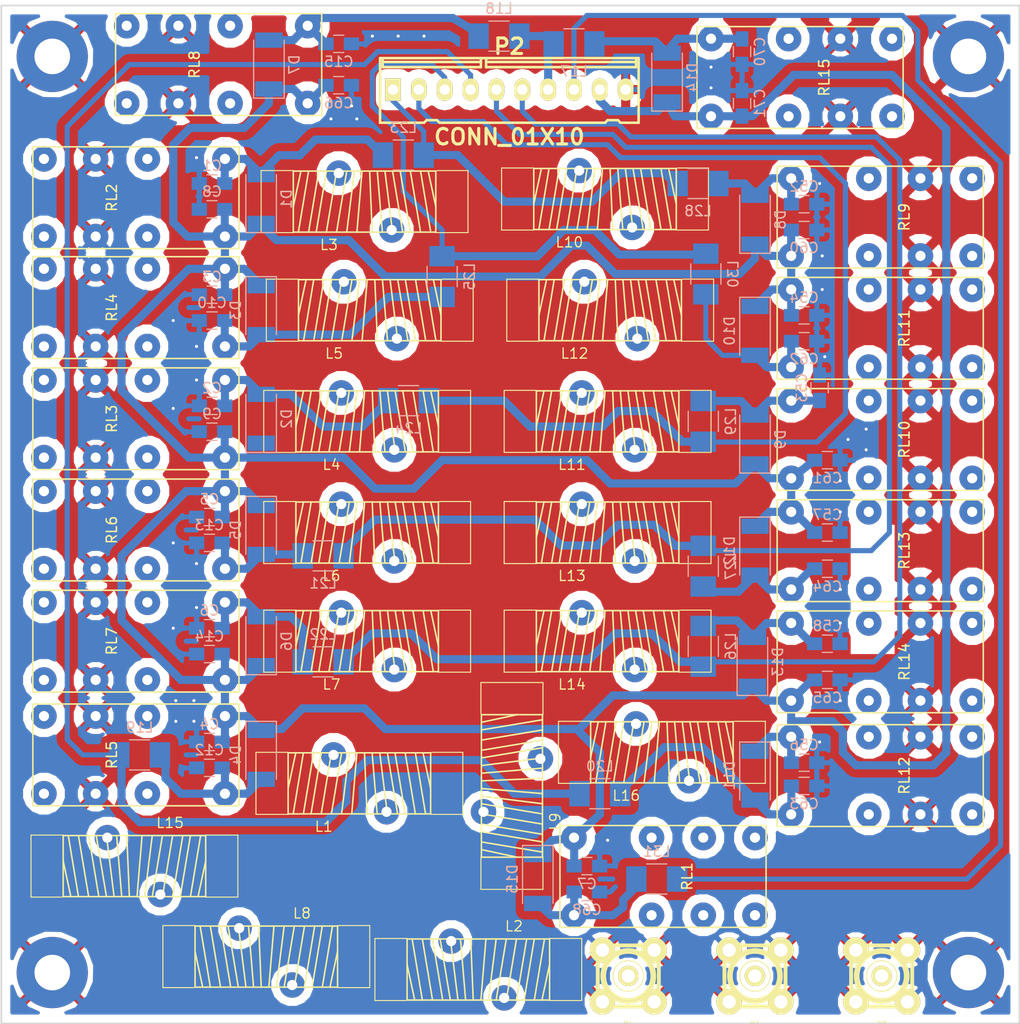
<source format=kicad_pcb>
(kicad_pcb (version 4) (host pcbnew 4.0.0-rc2-stable)
  (layers (0 GND power hide) (31 Face_Commandes mixed) (34 B.Paste user) (35 F.Paste user) (36 B.SilkS user) (37 F.SilkS user) (38 B.Mask user) (39 F.Mask user) (44 Edge.Cuts user))
  (net 0 "")
  (net 1 80m)
  (net 2 "Net-(C11-Pad2)")
  (net 3 "Net-(C16-Pad2)")
  (net 4 "Net-(C17-Pad1)")
  (net 5 "Net-(C17-Pad2)")
  (net 6 "Net-(C19-Pad2)")
  (net 7 "Net-(C20-Pad2)")
  (net 8 "Net-(C21-Pad2)")
  (net 9 "Net-(C22-Pad2)")
  (net 10 "Net-(C23-Pad2)")
  (net 11 "Net-(C25-Pad2)")
  (net 12 "Net-(C26-Pad2)")
  (net 13 "Net-(C27-Pad2)")
  (net 14 "Net-(C28-Pad2)")
  (net 15 "Net-(C29-Pad2)")
  (net 16 "Net-(C30-Pad2)")
  (net 17 "Net-(C35-Pad2)")
  (net 18 "Net-(C39-Pad2)")
  (net 19 "Net-(C40-Pad2)")
  (net 20 "Net-(C41-Pad2)")
  (net 21 "Net-(C43-Pad2)")
  (net 22 "Net-(C44-Pad2)")
  (net 23 "Net-(C45-Pad2)")
  (net 24 "Net-(C51-Pad2)")
  (net 25 +12V)
  (net 26 "Net-(P1-Pad1)")
  (net 27 "Net-(P3-Pad1)")
  (net 28 160m)
  (net 29 40m)
  (net 30 30/20m)
  (net 31 17/15m)
  (net 32 12/10m)
  (net 33 TX_RX_RLY)
  (net 34 "Net-(P4-Pad1)")
  (net 35 "Net-(C69-Pad1)")
  (net 36 6m_Bypass)
  (net 37 "Net-(C70-Pad2)")
  (net 38 "Net-(C15-Pad1)")
  (net 39 "Net-(C12-Pad1)")
  (net 40 "Net-(C63-Pad1)")
  (net 41 "Net-(C1-Pad1)")
  (net 42 "Net-(C6-Pad1)")
  (net 43 "Net-(C10-Pad1)")
  (net 44 "Net-(C52-Pad2)")
  (net 45 "Net-(C58-Pad2)")
  (net 46 "Net-(C62-Pad1)")
  (net 47 "Net-(C2-Pad1)")
  (net 48 "Net-(C53-Pad2)")
  (net 49 "Net-(C64-Pad1)")
  (net 50 "Net-(C13-Pad1)")
  (net 51 "Net-(C68-Pad1)")
  (net 52 GND)
  (module VIA:Via-03 (layer GND) (at 182.372 121.412)
    (fp_text reference REF** hide)
    (fp_text value Via-03-GND)
    (pad "" thru_hole circle (at 0 0) (size 0.6 0.6) (drill 0.3) (layers *.Cu) (net 52 GND))
  )
  (module VIA:Via-03 (layer GND) (at 119.126 68.072)
    (fp_text reference REF** hide)
    (fp_text value Via-03-GND)
    (pad "" thru_hole circle (at 0 0) (size 0.6 0.6) (drill 0.3) (layers *.Cu) (net 52 GND))
  )
  (module VIA:Via-03 (layer GND) (at 119.126 89.916)
    (fp_text reference REF** hide)
    (fp_text value Via-03-GND)
    (pad "" thru_hole circle (at 0 0) (size 0.6 0.6) (drill 0.3) (layers *.Cu) (net 52 GND))
  )
  (module VIA:Via-03 (layer GND) (at 119.126 86.614)
    (fp_text reference REF** hide)
    (fp_text value Via-03-GND)
    (pad "" thru_hole circle (at 0 0) (size 0.6 0.6) (drill 0.3) (layers *.Cu) (net 52 GND))
  )
  (module VIA:Via-03 (layer GND) (at 116.84 84.074)
    (fp_text reference REF** hide)
    (fp_text value Via-03-GND)
    (pad "" thru_hole circle (at 0 0) (size 0.6 0.6) (drill 0.3) (layers *.Cu) (net 52 GND))
  )
  (module VIA:Via-03 (layer GND) (at 116.84 92.71)
    (fp_text reference REF** hide)
    (fp_text value Via-03-GND)
    (pad "" thru_hole circle (at 0 0) (size 0.6 0.6) (drill 0.3) (layers *.Cu) (net 52 GND))
  )
  (module VIA:Via-03 (layer GND) (at 116.84 114.3)
    (fp_text reference REF** hide)
    (fp_text value Via-03-GND)
    (pad "" thru_hole circle (at 0 0) (size 0.6 0.6) (drill 0.3) (layers *.Cu) (net 52 GND))
  )
  (module VIA:Via-03 (layer GND) (at 116.84 105.918)
    (fp_text reference REF** hide)
    (fp_text value Via-03-GND)
    (pad "" thru_hole circle (at 0 0) (size 0.6 0.6) (drill 0.3) (layers *.Cu) (net 52 GND))
  )
  (module VIA:Via-03 (layer GND) (at 119.126 107.95)
    (fp_text reference REF** hide)
    (fp_text value Via-03-GND)
    (pad "" thru_hole circle (at 0 0) (size 0.6 0.6) (drill 0.3) (layers *.Cu) (net 52 GND))
  )
  (module VIA:Via-03 (layer GND) (at 119.126 112.268)
    (fp_text reference REF** hide)
    (fp_text value Via-03-GND)
    (pad "" thru_hole circle (at 0 0) (size 0.6 0.6) (drill 0.3) (layers *.Cu) (net 52 GND))
  )
  (module VIA:Via-03 (layer GND) (at 117.094 123.444)
    (fp_text reference REF** hide)
    (fp_text value Via-03-GND)
    (pad "" thru_hole circle (at 0 0) (size 0.6 0.6) (drill 0.3) (layers *.Cu) (net 52 GND))
  )
  (module VIA:Via-03 (layer GND) (at 117.094 121.412)
    (fp_text reference REF** hide)
    (fp_text value Via-03-GND)
    (pad "" thru_hole circle (at 0 0) (size 0.6 0.6) (drill 0.3) (layers *.Cu) (net 52 GND))
  )
  (module VIA:Via-03 (layer GND) (at 118.872 121.412)
    (fp_text reference REF** hide)
    (fp_text value Via-03-GND)
    (pad "" thru_hole circle (at 0 0) (size 0.6 0.6) (drill 0.3) (layers *.Cu) (net 52 GND))
  )
  (module VIA:Via-03 (layer GND) (at 159.512 135.128)
    (fp_text reference REF** hide)
    (fp_text value Via-03-GND)
    (pad "" thru_hole circle (at 0 0) (size 0.6 0.6) (drill 0.3) (layers *.Cu) (net 52 GND))
  )
  (module VIA:Via-03 (layer GND) (at 180.34 125.476)
    (fp_text reference REF** hide)
    (fp_text value Via-03-GND)
    (pad "" thru_hole circle (at 0 0) (size 0.6 0.6) (drill 0.3) (layers *.Cu) (net 52 GND))
  )
  (module VIA:Via-03 (layer GND) (at 182.372 113.792)
    (fp_text reference REF** hide)
    (fp_text value Via-03-GND)
    (pad "" thru_hole circle (at 0 0) (size 0.6 0.6) (drill 0.3) (layers *.Cu) (net 52 GND))
  )
  (module VIA:Via-03 (layer GND) (at 182.372 110.49)
    (fp_text reference REF** hide)
    (fp_text value Via-03-GND)
    (pad "" thru_hole circle (at 0 0) (size 0.6 0.6) (drill 0.3) (layers *.Cu) (net 52 GND))
  )
  (module VIA:Via-03 (layer GND) (at 182.372 102.87)
    (fp_text reference REF** hide)
    (fp_text value Via-03-GND)
    (pad "" thru_hole circle (at 0 0) (size 0.6 0.6) (drill 0.3) (layers *.Cu) (net 52 GND))
  )
  (module VIA:Via-03 (layer GND) (at 182.372 99.822)
    (fp_text reference REF** hide)
    (fp_text value Via-03-GND)
    (pad "" thru_hole circle (at 0 0) (size 0.6 0.6) (drill 0.3) (layers *.Cu) (net 52 GND))
  )
  (module VIA:Via-03 (layer GND) (at 184.912 96.774)
    (fp_text reference REF** hide)
    (fp_text value Via-03-GND)
    (pad "" thru_hole circle (at 0 0) (size 0.6 0.6) (drill 0.3) (layers *.Cu) (net 52 GND))
  )
  (module VIA:Via-03 (layer GND) (at 184.912 94.742)
    (fp_text reference REF** hide)
    (fp_text value Via-03-GND)
    (pad "" thru_hole circle (at 0 0) (size 0.6 0.6) (drill 0.3) (layers *.Cu) (net 52 GND))
  )
  (module VIA:Via-03 (layer GND) (at 183.134 95.758)
    (fp_text reference REF** hide)
    (fp_text value Via-03-GND)
    (pad "" thru_hole circle (at 0 0) (size 0.6 0.6) (drill 0.3) (layers *.Cu) (net 52 GND))
  )
  (module VIA:Via-03 (layer GND) (at 180.848 87.63)
    (fp_text reference REF** hide)
    (fp_text value Via-03-GND)
    (pad "" thru_hole circle (at 0 0) (size 0.6 0.6) (drill 0.3) (layers *.Cu) (net 52 GND))
  )
  (module VIA:Via-03 (layer GND) (at 180.594 81.026)
    (fp_text reference REF** hide)
    (fp_text value Via-03-GND)
    (pad "" thru_hole circle (at 0 0) (size 0.6 0.6) (drill 0.3) (layers *.Cu) (net 52 GND))
  )
  (module VIA:Via-03 (layer GND) (at 180.594 77.724)
    (fp_text reference REF** hide)
    (fp_text value Via-03-GND)
    (pad "" thru_hole circle (at 0 0) (size 0.6 0.6) (drill 0.3) (layers *.Cu) (net 52 GND))
  )
  (module VIA:Via-03 (layer GND) (at 180.34 70.612)
    (fp_text reference REF** hide)
    (fp_text value Via-03-GND)
    (pad "" thru_hole circle (at 0 0) (size 0.6 0.6) (drill 0.3) (layers *.Cu) (net 52 GND))
  )
  (module VIA:Via-03 (layer GND) (at 169.672 61.214)
    (fp_text reference REF** hide)
    (fp_text value Via-03-GND)
    (pad "" thru_hole circle (at 0 0) (size 0.6 0.6) (drill 0.3) (layers *.Cu) (net 52 GND))
  )
  (module VIA:Via-03 (layer GND) (at 169.672 59.182)
    (fp_text reference REF** hide)
    (fp_text value Via-03-GND)
    (pad "" thru_hole circle (at 0 0) (size 0.6 0.6) (drill 0.3) (layers *.Cu) (net 52 GND))
  )
  (module VIA:Via-03 (layer GND) (at 141.478 56.134)
    (fp_text reference REF** hide)
    (fp_text value Via-03-GND)
    (pad "" thru_hole circle (at 0 0) (size 0.6 0.6) (drill 0.3) (layers *.Cu) (net 52 GND))
  )
  (module VIA:Via-03 (layer GND) (at 138.938 56.134)
    (fp_text reference REF** hide)
    (fp_text value Via-03-GND)
    (pad "" thru_hole circle (at 0 0) (size 0.6 0.6) (drill 0.3) (layers *.Cu) (net 52 GND))
  )
  (module VIA:Via-03 (layer GND) (at 132.334 64.262)
    (fp_text reference REF** hide)
    (fp_text value Via-03-GND)
    (pad "" thru_hole circle (at 0 0) (size 0.6 0.6) (drill 0.3) (layers *.Cu) (net 52 GND))
  )
  (module VIA:Via-03 (layer GND) (at 134.874 64.262)
    (fp_text reference REF** hide)
    (fp_text value Via-03-GND)
    (pad "" thru_hole circle (at 0 0) (size 0.6 0.6) (drill 0.3) (layers *.Cu) (net 52 GND))
  )
  (module T50:T50_T68 (layer GND) (at 135.636 72.39)
    (fp_text reference L3 (at -3.5 4.25) (layer F.SilkS) (effects (font (thickness 0.125))))
    (fp_text value L)
    (pad 1 thru_hole circle (at -2.54 -2.794) (size 2.5 2.5) (drill 1) (layers *.Cu *.Mask) (net 6 "Net-(C19-Pad2)"))
    (pad 2 thru_hole circle (at 2.667 2.794) (size 2.5 2.5) (drill 1) (layers *.Cu *.Mask) (net 11 "Net-(C25-Pad2)"))
  )
  (module T50:T50_T68 (layer GND) (at 159.512 93.98)
    (fp_text reference L11 (at -3.5 4.25) (layer F.SilkS) (effects (font (thickness 0.125))))
    (fp_text value L)
    (pad 1 thru_hole circle (at -2.54 -2.794) (size 2.5 2.5) (drill 1) (layers *.Cu *.Mask) (net 12 "Net-(C26-Pad2)"))
    (pad 2 thru_hole circle (at 2.667 2.794) (size 2.5 2.5) (drill 1) (layers *.Cu *.Mask) (net 19 "Net-(C40-Pad2)"))
  )
  (module T50:T50_T68 (layer GND) (at 135.89 93.98)
    (fp_text reference L4 (at -3.5 4.25) (layer F.SilkS) (effects (font (thickness 0.125))))
    (fp_text value L)
    (pad 1 thru_hole circle (at -2.54 -2.794) (size 2.5 2.5) (drill 1) (layers *.Cu *.Mask) (net 7 "Net-(C20-Pad2)"))
    (pad 2 thru_hole circle (at 2.667 2.794) (size 2.5 2.5) (drill 1) (layers *.Cu *.Mask) (net 12 "Net-(C26-Pad2)"))
  )
  (module T50:T50_T68 (layer GND) (at 159.512 115.57)
    (fp_text reference L14 (at -3.5 4.25) (layer F.SilkS) (effects (font (thickness 0.125))))
    (fp_text value L)
    (pad 1 thru_hole circle (at -2.54 -2.794) (size 2.5 2.5) (drill 1) (layers *.Cu *.Mask) (net 15 "Net-(C29-Pad2)"))
    (pad 2 thru_hole circle (at 2.667 2.794) (size 2.5 2.5) (drill 1) (layers *.Cu *.Mask) (net 22 "Net-(C44-Pad2)"))
  )
  (module T50:T50_T68 (layer GND) (at 135.89 115.57)
    (fp_text reference L7 (at -3.5 4.25) (layer F.SilkS) (effects (font (thickness 0.125))))
    (fp_text value L)
    (pad 1 thru_hole circle (at -2.54 -2.794) (size 2.5 2.5) (drill 1) (layers *.Cu *.Mask) (net 10 "Net-(C23-Pad2)"))
    (pad 2 thru_hole circle (at 2.667 2.794) (size 2.5 2.5) (drill 1) (layers *.Cu *.Mask) (net 15 "Net-(C29-Pad2)"))
  )
  (module T50:T50_T68 (layer GND) (at 159.766 83.058)
    (fp_text reference L12 (at -3.5 4.25) (layer F.SilkS) (effects (font (thickness 0.125))))
    (fp_text value L)
    (pad 1 thru_hole circle (at -2.54 -2.794) (size 2.5 2.5) (drill 1) (layers *.Cu *.Mask) (net 13 "Net-(C27-Pad2)"))
    (pad 2 thru_hole circle (at 2.667 2.794) (size 2.5 2.5) (drill 1) (layers *.Cu *.Mask) (net 20 "Net-(C41-Pad2)"))
  )
  (module T50:T50_T68 (layer GND) (at 136.144 83.058)
    (fp_text reference L5 (at -3.5 4.25) (layer F.SilkS) (effects (font (thickness 0.125))))
    (fp_text value L)
    (pad 1 thru_hole circle (at -2.54 -2.794) (size 2.5 2.5) (drill 1) (layers *.Cu *.Mask) (net 8 "Net-(C21-Pad2)"))
    (pad 2 thru_hole circle (at 2.667 2.794) (size 2.5 2.5) (drill 1) (layers *.Cu *.Mask) (net 13 "Net-(C27-Pad2)"))
  )
  (module T50:T50_T68 (layer GND) (at 159.258 72.136)
    (fp_text reference L10 (at -3.5 4.25) (layer F.SilkS) (effects (font (thickness 0.125))))
    (fp_text value L)
    (pad 1 thru_hole circle (at -2.54 -2.794) (size 2.5 2.5) (drill 1) (layers *.Cu *.Mask) (net 11 "Net-(C25-Pad2)"))
    (pad 2 thru_hole circle (at 2.667 2.794) (size 2.5 2.5) (drill 1) (layers *.Cu *.Mask) (net 18 "Net-(C39-Pad2)"))
  )
  (module T50:T50_T68 (layer GND) (at 135.89 104.902)
    (fp_text reference L6 (at -3.5 4.25) (layer F.SilkS) (effects (font (thickness 0.125))))
    (fp_text value L)
    (pad 1 thru_hole circle (at -2.54 -2.794) (size 2.5 2.5) (drill 1) (layers *.Cu *.Mask) (net 9 "Net-(C22-Pad2)"))
    (pad 2 thru_hole circle (at 2.667 2.794) (size 2.5 2.5) (drill 1) (layers *.Cu *.Mask) (net 14 "Net-(C28-Pad2)"))
  )
  (module T50:T50_T68 (layer GND) (at 135.128 129.54)
    (fp_text reference L1 (at -3.5 4.25) (layer F.SilkS) (effects (font (thickness 0.125))))
    (fp_text value L)
    (pad 1 thru_hole circle (at -2.54 -2.794) (size 2.5 2.5) (drill 1) (layers *.Cu *.Mask) (net 2 "Net-(C11-Pad2)"))
    (pad 2 thru_hole circle (at 2.667 2.794) (size 2.5 2.5) (drill 1) (layers *.Cu *.Mask) (net 3 "Net-(C16-Pad2)"))
  )
  (module T50:T50_T68 (layer GND) (at 164.846 126.492)
    (fp_text reference L16 (at -3.5 4.25) (layer F.SilkS) (effects (font (thickness 0.125))))
    (fp_text value L)
    (pad 1 thru_hole circle (at -2.54 -2.794) (size 2.5 2.5) (drill 1) (layers *.Cu *.Mask) (net 17 "Net-(C35-Pad2)"))
    (pad 2 thru_hole circle (at 2.667 2.794) (size 2.5 2.5) (drill 1) (layers *.Cu *.Mask) (net 24 "Net-(C51-Pad2)"))
  )
  (module T50:T50_T68 (layer GND) (at 159.512 104.902)
    (fp_text reference L13 (at -3.5 4.25) (layer F.SilkS) (effects (font (thickness 0.125))))
    (fp_text value L)
    (pad 1 thru_hole circle (at -2.54 -2.794) (size 2.5 2.5) (drill 1) (layers *.Cu *.Mask) (net 14 "Net-(C28-Pad2)"))
    (pad 2 thru_hole circle (at 2.667 2.794) (size 2.5 2.5) (drill 1) (layers *.Cu *.Mask) (net 21 "Net-(C43-Pad2)"))
  )
  (module 2_Form_C_Relay:D2n (layer GND) (at 114.3 72.009 270)
    (fp_text reference RL2 (at 0 3.5 270) (layer F.SilkS))
    (fp_text value D2n)
    (pad 16 thru_hole circle (at 3.81 -7.62 270) (size 2.5 2.5) (drill 1) (layers *.Cu *.Mask) (net 25 +12V))
    (pad 1 thru_hole circle (at -3.81 -7.62 270) (size 2.5 2.5) (drill 1) (layers *.Cu *.Mask) (net 41 "Net-(C1-Pad1)"))
    (pad 13 thru_hole circle (at 3.81 0 270) (size 2.5 2.5) (drill 1) (layers *.Cu *.Mask) (net 6 "Net-(C19-Pad2)"))
    (pad 4 thru_hole circle (at -3.81 0 270) (size 2.5 2.5) (drill 1) (layers *.Cu *.Mask) (net 6 "Net-(C19-Pad2)"))
    (pad 11 thru_hole circle (at 3.81 5.08 270) (size 2.5 2.5) (drill 1) (layers *.Cu *.Mask) (net 52 GND))
    (pad 6 thru_hole circle (at -3.81 5.08 270) (size 2.5 2.5) (drill 1) (layers *.Cu *.Mask) (net 52 GND))
    (pad 9 thru_hole circle (at 3.81 10.16 270) (size 2.5 2.5) (drill 1) (layers *.Cu *.Mask) (net 23 "Net-(C45-Pad2)"))
    (pad 8 thru_hole circle (at -3.81 10.16 270) (size 2.5 2.5) (drill 1) (layers *.Cu *.Mask) (net 23 "Net-(C45-Pad2)"))
  )
  (module 2_Form_C_Relay:D2n (layer GND) (at 114.3 93.726 270)
    (fp_text reference RL3 (at 0 3.5 270) (layer F.SilkS))
    (fp_text value D2n)
    (pad 16 thru_hole circle (at 3.81 -7.62 270) (size 2.5 2.5) (drill 1) (layers *.Cu *.Mask) (net 25 +12V))
    (pad 1 thru_hole circle (at -3.81 -7.62 270) (size 2.5 2.5) (drill 1) (layers *.Cu *.Mask) (net 47 "Net-(C2-Pad1)"))
    (pad 13 thru_hole circle (at 3.81 0 270) (size 2.5 2.5) (drill 1) (layers *.Cu *.Mask) (net 7 "Net-(C20-Pad2)"))
    (pad 4 thru_hole circle (at -3.81 0 270) (size 2.5 2.5) (drill 1) (layers *.Cu *.Mask) (net 7 "Net-(C20-Pad2)"))
    (pad 11 thru_hole circle (at 3.81 5.08 270) (size 2.5 2.5) (drill 1) (layers *.Cu *.Mask) (net 52 GND))
    (pad 6 thru_hole circle (at -3.81 5.08 270) (size 2.5 2.5) (drill 1) (layers *.Cu *.Mask) (net 52 GND))
    (pad 9 thru_hole circle (at 3.81 10.16 270) (size 2.5 2.5) (drill 1) (layers *.Cu *.Mask) (net 23 "Net-(C45-Pad2)"))
    (pad 8 thru_hole circle (at -3.81 10.16 270) (size 2.5 2.5) (drill 1) (layers *.Cu *.Mask) (net 23 "Net-(C45-Pad2)"))
  )
  (module 2_Form_C_Relay:D2n (layer GND) (at 114.3 82.804 270)
    (fp_text reference RL4 (at 0 3.5 270) (layer F.SilkS))
    (fp_text value D2n)
    (pad 16 thru_hole circle (at 3.81 -7.62 270) (size 2.5 2.5) (drill 1) (layers *.Cu *.Mask) (net 43 "Net-(C10-Pad1)"))
    (pad 1 thru_hole circle (at -3.81 -7.62 270) (size 2.5 2.5) (drill 1) (layers *.Cu *.Mask) (net 25 +12V))
    (pad 13 thru_hole circle (at 3.81 0 270) (size 2.5 2.5) (drill 1) (layers *.Cu *.Mask) (net 8 "Net-(C21-Pad2)"))
    (pad 4 thru_hole circle (at -3.81 0 270) (size 2.5 2.5) (drill 1) (layers *.Cu *.Mask) (net 8 "Net-(C21-Pad2)"))
    (pad 11 thru_hole circle (at 3.81 5.08 270) (size 2.5 2.5) (drill 1) (layers *.Cu *.Mask) (net 52 GND))
    (pad 6 thru_hole circle (at -3.81 5.08 270) (size 2.5 2.5) (drill 1) (layers *.Cu *.Mask) (net 52 GND))
    (pad 9 thru_hole circle (at 3.81 10.16 270) (size 2.5 2.5) (drill 1) (layers *.Cu *.Mask) (net 23 "Net-(C45-Pad2)"))
    (pad 8 thru_hole circle (at -3.81 10.16 270) (size 2.5 2.5) (drill 1) (layers *.Cu *.Mask) (net 23 "Net-(C45-Pad2)"))
  )
  (module 2_Form_C_Relay:D2n (layer GND) (at 114.3 126.746 270)
    (fp_text reference RL5 (at 0 3.5 270) (layer F.SilkS))
    (fp_text value D2n)
    (pad 16 thru_hole circle (at 3.81 -7.62 270) (size 2.5 2.5) (drill 1) (layers *.Cu *.Mask) (net 39 "Net-(C12-Pad1)"))
    (pad 1 thru_hole circle (at -3.81 -7.62 270) (size 2.5 2.5) (drill 1) (layers *.Cu *.Mask) (net 25 +12V))
    (pad 13 thru_hole circle (at 3.81 0 270) (size 2.5 2.5) (drill 1) (layers *.Cu *.Mask) (net 2 "Net-(C11-Pad2)"))
    (pad 4 thru_hole circle (at -3.81 0 270) (size 2.5 2.5) (drill 1) (layers *.Cu *.Mask) (net 2 "Net-(C11-Pad2)"))
    (pad 11 thru_hole circle (at 3.81 5.08 270) (size 2.5 2.5) (drill 1) (layers *.Cu *.Mask) (net 52 GND))
    (pad 6 thru_hole circle (at -3.81 5.08 270) (size 2.5 2.5) (drill 1) (layers *.Cu *.Mask) (net 52 GND))
    (pad 9 thru_hole circle (at 3.81 10.16 270) (size 2.5 2.5) (drill 1) (layers *.Cu *.Mask) (net 23 "Net-(C45-Pad2)"))
    (pad 8 thru_hole circle (at -3.81 10.16 270) (size 2.5 2.5) (drill 1) (layers *.Cu *.Mask) (net 23 "Net-(C45-Pad2)"))
  )
  (module 2_Form_C_Relay:D2n (layer GND) (at 114.3 104.648 270)
    (fp_text reference RL6 (at 0 3.5 270) (layer F.SilkS))
    (fp_text value D2n)
    (pad 16 thru_hole circle (at 3.81 -7.62 270) (size 2.5 2.5) (drill 1) (layers *.Cu *.Mask) (net 50 "Net-(C13-Pad1)"))
    (pad 1 thru_hole circle (at -3.81 -7.62 270) (size 2.5 2.5) (drill 1) (layers *.Cu *.Mask) (net 25 +12V))
    (pad 13 thru_hole circle (at 3.81 0 270) (size 2.5 2.5) (drill 1) (layers *.Cu *.Mask) (net 9 "Net-(C22-Pad2)"))
    (pad 4 thru_hole circle (at -3.81 0 270) (size 2.5 2.5) (drill 1) (layers *.Cu *.Mask) (net 9 "Net-(C22-Pad2)"))
    (pad 11 thru_hole circle (at 3.81 5.08 270) (size 2.5 2.5) (drill 1) (layers *.Cu *.Mask) (net 52 GND))
    (pad 6 thru_hole circle (at -3.81 5.08 270) (size 2.5 2.5) (drill 1) (layers *.Cu *.Mask) (net 52 GND))
    (pad 9 thru_hole circle (at 3.81 10.16 270) (size 2.5 2.5) (drill 1) (layers *.Cu *.Mask) (net 23 "Net-(C45-Pad2)"))
    (pad 8 thru_hole circle (at -3.81 10.16 270) (size 2.5 2.5) (drill 1) (layers *.Cu *.Mask) (net 23 "Net-(C45-Pad2)"))
  )
  (module 2_Form_C_Relay:D2n (layer GND) (at 114.3 115.57 270)
    (fp_text reference RL7 (at 0 3.5 270) (layer F.SilkS))
    (fp_text value D2n)
    (pad 16 thru_hole circle (at 3.81 -7.62 270) (size 2.5 2.5) (drill 1) (layers *.Cu *.Mask) (net 25 +12V))
    (pad 1 thru_hole circle (at -3.81 -7.62 270) (size 2.5 2.5) (drill 1) (layers *.Cu *.Mask) (net 42 "Net-(C6-Pad1)"))
    (pad 13 thru_hole circle (at 3.81 0 270) (size 2.5 2.5) (drill 1) (layers *.Cu *.Mask) (net 10 "Net-(C23-Pad2)"))
    (pad 4 thru_hole circle (at -3.81 0 270) (size 2.5 2.5) (drill 1) (layers *.Cu *.Mask) (net 10 "Net-(C23-Pad2)"))
    (pad 11 thru_hole circle (at 3.81 5.08 270) (size 2.5 2.5) (drill 1) (layers *.Cu *.Mask) (net 52 GND))
    (pad 6 thru_hole circle (at -3.81 5.08 270) (size 2.5 2.5) (drill 1) (layers *.Cu *.Mask) (net 52 GND))
    (pad 9 thru_hole circle (at 3.81 10.16 270) (size 2.5 2.5) (drill 1) (layers *.Cu *.Mask) (net 23 "Net-(C45-Pad2)"))
    (pad 8 thru_hole circle (at -3.81 10.16 270) (size 2.5 2.5) (drill 1) (layers *.Cu *.Mask) (net 23 "Net-(C45-Pad2)"))
  )
  (module D2n (layer GND) (at 163.83 138.684 90)
    (fp_text reference RL1 (at 0 3.5 90) (layer F.SilkS))
    (fp_text value D2n)
    (pad 16 thru_hole circle (at 3.81 -7.62 90) (size 2.5 2.5) (drill 1) (layers *.Cu *.Mask) (net 25 +12V))
    (pad 1 thru_hole circle (at -3.81 -7.62 90) (size 2.5 2.5) (drill 1) (layers *.Cu *.Mask) (net 51 "Net-(C68-Pad1)"))
    (pad 13 thru_hole circle (at 3.81 0 90) (size 2.5 2.5) (drill 1) (layers *.Cu *.Mask) (net 4 "Net-(C17-Pad1)"))
    (pad 4 thru_hole circle (at -3.81 0 90) (size 2.5 2.5) (drill 1) (layers *.Cu *.Mask) (net 4 "Net-(C17-Pad1)"))
    (pad 11 thru_hole circle (at 3.81 5.08 90) (size 2.5 2.5) (drill 1) (layers *.Cu *.Mask) (net 34 "Net-(P4-Pad1)"))
    (pad 6 thru_hole circle (at -3.81 5.08 90) (size 2.5 2.5) (drill 1) (layers *.Cu *.Mask) (net 34 "Net-(P4-Pad1)"))
    (pad 9 thru_hole circle (at 3.81 10.16 90) (size 2.5 2.5) (drill 1) (layers *.Cu *.Mask) (net 26 "Net-(P1-Pad1)"))
    (pad 8 thru_hole circle (at -3.81 10.16 90) (size 2.5 2.5) (drill 1) (layers *.Cu *.Mask) (net 26 "Net-(P1-Pad1)"))
  )
  (module 2_Form_C_Relay:D2n (layer GND) (at 185.166 117.602 90)
    (fp_text reference RL14 (at 0 3.5 90) (layer F.SilkS))
    (fp_text value D2n)
    (pad 16 thru_hole circle (at 3.81 -7.62 90) (size 2.5 2.5) (drill 1) (layers *.Cu *.Mask) (net 45 "Net-(C58-Pad2)"))
    (pad 1 thru_hole circle (at -3.81 -7.62 90) (size 2.5 2.5) (drill 1) (layers *.Cu *.Mask) (net 25 +12V))
    (pad 13 thru_hole circle (at 3.81 0 90) (size 2.5 2.5) (drill 1) (layers *.Cu *.Mask) (net 22 "Net-(C44-Pad2)"))
    (pad 4 thru_hole circle (at -3.81 0 90) (size 2.5 2.5) (drill 1) (layers *.Cu *.Mask) (net 22 "Net-(C44-Pad2)"))
    (pad 11 thru_hole circle (at 3.81 5.08 90) (size 2.5 2.5) (drill 1) (layers *.Cu *.Mask) (net 52 GND))
    (pad 6 thru_hole circle (at -3.81 5.08 90) (size 2.5 2.5) (drill 1) (layers *.Cu *.Mask) (net 52 GND))
    (pad 9 thru_hole circle (at 3.81 10.16 90) (size 2.5 2.5) (drill 1) (layers *.Cu *.Mask) (net 27 "Net-(P3-Pad1)"))
    (pad 8 thru_hole circle (at -3.81 10.16 90) (size 2.5 2.5) (drill 1) (layers *.Cu *.Mask) (net 27 "Net-(P3-Pad1)"))
  )
  (module 2_Form_C_Relay:D2n (layer GND) (at 122.428 58.928 270)
    (fp_text reference RL8 (at 0 3.5 270) (layer F.SilkS))
    (fp_text value D2n)
    (pad 16 thru_hole circle (at 3.81 -7.62 270) (size 2.5 2.5) (drill 1) (layers *.Cu *.Mask) (net 25 +12V))
    (pad 1 thru_hole circle (at -3.81 -7.62 270) (size 2.5 2.5) (drill 1) (layers *.Cu *.Mask) (net 38 "Net-(C15-Pad1)"))
    (pad 13 thru_hole circle (at 3.81 0 270) (size 2.5 2.5) (drill 1) (layers *.Cu *.Mask) (net 35 "Net-(C69-Pad1)"))
    (pad 4 thru_hole circle (at -3.81 0 270) (size 2.5 2.5) (drill 1) (layers *.Cu *.Mask) (net 35 "Net-(C69-Pad1)"))
    (pad 11 thru_hole circle (at 3.81 5.08 270) (size 2.5 2.5) (drill 1) (layers *.Cu *.Mask) (net 52 GND))
    (pad 6 thru_hole circle (at -3.81 5.08 270) (size 2.5 2.5) (drill 1) (layers *.Cu *.Mask) (net 52 GND))
    (pad 9 thru_hole circle (at 3.81 10.16 270) (size 2.5 2.5) (drill 1) (layers *.Cu *.Mask) (net 23 "Net-(C45-Pad2)"))
    (pad 8 thru_hole circle (at -3.81 10.16 270) (size 2.5 2.5) (drill 1) (layers *.Cu *.Mask) (net 23 "Net-(C45-Pad2)"))
  )
  (module SMA_PINS:SMA_PINS (layer GND) (at 173.99 148.463)
    (fp_text reference P1 (at 0 4.75) (layer F.SilkS) (effects (font (size 0.5 0.5) (thickness 0.1))))
    (fp_text value SMA hide)
    (pad 1 thru_hole circle (at 0 0) (size 1.99898 1.99898) (drill 1.30048) (layers *.Cu *.Mask F.SilkS) (net 26 "Net-(P1-Pad1)") (clearance 0.09906))
    (pad 2 thru_hole circle (at 2.54 -2.54) (size 2.49936 2.49936) (drill 1.30048) (layers *.Cu *.Mask F.SilkS) (net 52 GND))
    (pad 2 thru_hole circle (at 2.54 2.54) (size 2.49936 2.49936) (drill 1.30048) (layers *.Cu *.Mask F.SilkS) (net 52 GND))
    (pad 2 thru_hole circle (at -2.54 2.54) (size 2.49936 2.49936) (drill 1.30048) (layers *.Cu *.Mask F.SilkS) (net 52 GND))
    (pad 2 thru_hole circle (at -2.54 -2.54) (size 2.49936 2.49936) (drill 1.30048) (layers *.Cu *.Mask F.SilkS) (net 52 GND))
  )
  (module SMA_PINS:SMA_PINS (layer GND) (at 186.436 148.463)
    (fp_text reference P3 (at 0 4.75) (layer F.SilkS) (effects (font (size 0.5 0.5) (thickness 0.1))))
    (fp_text value SMA hide)
    (pad 1 thru_hole circle (at 0 0) (size 1.99898 1.99898) (drill 1.30048) (layers *.Cu *.Mask F.SilkS) (net 27 "Net-(P3-Pad1)") (clearance 0.09906))
    (pad 2 thru_hole circle (at 2.54 -2.54) (size 2.49936 2.49936) (drill 1.30048) (layers *.Cu *.Mask F.SilkS) (net 52 GND))
    (pad 2 thru_hole circle (at 2.54 2.54) (size 2.49936 2.49936) (drill 1.30048) (layers *.Cu *.Mask F.SilkS) (net 52 GND))
    (pad 2 thru_hole circle (at -2.54 2.54) (size 2.49936 2.49936) (drill 1.30048) (layers *.Cu *.Mask F.SilkS) (net 52 GND))
    (pad 2 thru_hole circle (at -2.54 -2.54) (size 2.49936 2.49936) (drill 1.30048) (layers *.Cu *.Mask F.SilkS) (net 52 GND))
  )
  (module Mounting_Holes:MountingHole_3.5mm_Pad (layer GND) (at 104.958 58.128)
    (fp_text reference TP1 hide)
    (fp_text value TEST hide)
    (pad 1 thru_hole circle (at 0 0) (size 7 7) (drill 3.5) (layers *.Cu *.Mask) (net 52 GND))
  )
  (module Mounting_Holes:MountingHole_3.5mm_Pad (layer GND) (at 194.958 148.128)
    (fp_text reference TP2 hide)
    (fp_text value TEST hide)
    (pad 1 thru_hole circle (at 0 0) (size 7 7) (drill 3.5) (layers *.Cu *.Mask) (net 52 GND))
  )
  (module Mounting_Holes:MountingHole_3.5mm_Pad (layer GND) (at 104.958 148.128)
    (fp_text reference TP3 hide)
    (fp_text value TEST hide)
    (pad 1 thru_hole circle (at 0 0) (size 7 7) (drill 3.5) (layers *.Cu *.Mask) (net 52 GND))
  )
  (module Mounting_Holes:MountingHole_3.5mm_Pad (layer GND) (at 194.958 58.128)
    (fp_text reference TP4 hide)
    (fp_text value TEST hide)
    (pad 1 thru_hole circle (at 0 0) (size 7 7) (drill 3.5) (layers *.Cu *.Mask) (net 52 GND))
  )
  (module SMA_PINS:SMA_PINS (layer GND) (at 161.544 148.463)
    (fp_text reference P4 (at 0 4.75) (layer F.SilkS) (effects (font (size 0.5 0.5) (thickness 0.1))))
    (fp_text value SMA hide)
    (pad 1 thru_hole circle (at 0 0) (size 1.99898 1.99898) (drill 1.30048) (layers *.Cu *.Mask F.SilkS) (net 34 "Net-(P4-Pad1)") (clearance 0.09906))
    (pad 2 thru_hole circle (at 2.54 -2.54) (size 2.49936 2.49936) (drill 1.30048) (layers *.Cu *.Mask F.SilkS) (net 52 GND))
    (pad 2 thru_hole circle (at 2.54 2.54) (size 2.49936 2.49936) (drill 1.30048) (layers *.Cu *.Mask F.SilkS) (net 52 GND))
    (pad 2 thru_hole circle (at -2.54 2.54) (size 2.49936 2.49936) (drill 1.30048) (layers *.Cu *.Mask F.SilkS) (net 52 GND))
    (pad 2 thru_hole circle (at -2.54 -2.54) (size 2.49936 2.49936) (drill 1.30048) (layers *.Cu *.Mask F.SilkS) (net 52 GND))
  )
  (module 2_Form_C_Relay:D2n (layer GND) (at 185.166 73.914 90)
    (fp_text reference RL9 (at 0 3.5 90) (layer F.SilkS))
    (fp_text value D2n)
    (pad 16 thru_hole circle (at 3.81 -7.62 90) (size 2.5 2.5) (drill 1) (layers *.Cu *.Mask) (net 44 "Net-(C52-Pad2)"))
    (pad 1 thru_hole circle (at -3.81 -7.62 90) (size 2.5 2.5) (drill 1) (layers *.Cu *.Mask) (net 25 +12V))
    (pad 13 thru_hole circle (at 3.81 0 90) (size 2.5 2.5) (drill 1) (layers *.Cu *.Mask) (net 18 "Net-(C39-Pad2)"))
    (pad 4 thru_hole circle (at -3.81 0 90) (size 2.5 2.5) (drill 1) (layers *.Cu *.Mask) (net 18 "Net-(C39-Pad2)"))
    (pad 11 thru_hole circle (at 3.81 5.08 90) (size 2.5 2.5) (drill 1) (layers *.Cu *.Mask) (net 52 GND))
    (pad 6 thru_hole circle (at -3.81 5.08 90) (size 2.5 2.5) (drill 1) (layers *.Cu *.Mask) (net 52 GND))
    (pad 9 thru_hole circle (at 3.81 10.16 90) (size 2.5 2.5) (drill 1) (layers *.Cu *.Mask) (net 27 "Net-(P3-Pad1)"))
    (pad 8 thru_hole circle (at -3.81 10.16 90) (size 2.5 2.5) (drill 1) (layers *.Cu *.Mask) (net 27 "Net-(P3-Pad1)"))
  )
  (module 2_Form_C_Relay:D2n (layer GND) (at 185.166 95.758 90)
    (fp_text reference RL10 (at 0 3.5 90) (layer F.SilkS))
    (fp_text value D2n)
    (pad 16 thru_hole circle (at 3.81 -7.62 90) (size 2.5 2.5) (drill 1) (layers *.Cu *.Mask) (net 48 "Net-(C53-Pad2)"))
    (pad 1 thru_hole circle (at -3.81 -7.62 90) (size 2.5 2.5) (drill 1) (layers *.Cu *.Mask) (net 25 +12V))
    (pad 13 thru_hole circle (at 3.81 0 90) (size 2.5 2.5) (drill 1) (layers *.Cu *.Mask) (net 19 "Net-(C40-Pad2)"))
    (pad 4 thru_hole circle (at -3.81 0 90) (size 2.5 2.5) (drill 1) (layers *.Cu *.Mask) (net 19 "Net-(C40-Pad2)"))
    (pad 11 thru_hole circle (at 3.81 5.08 90) (size 2.5 2.5) (drill 1) (layers *.Cu *.Mask) (net 52 GND))
    (pad 6 thru_hole circle (at -3.81 5.08 90) (size 2.5 2.5) (drill 1) (layers *.Cu *.Mask) (net 52 GND))
    (pad 9 thru_hole circle (at 3.81 10.16 90) (size 2.5 2.5) (drill 1) (layers *.Cu *.Mask) (net 27 "Net-(P3-Pad1)"))
    (pad 8 thru_hole circle (at -3.81 10.16 90) (size 2.5 2.5) (drill 1) (layers *.Cu *.Mask) (net 27 "Net-(P3-Pad1)"))
  )
  (module 2_Form_C_Relay:D2n (layer GND) (at 185.166 84.836 90)
    (fp_text reference RL11 (at 0 3.5 90) (layer F.SilkS))
    (fp_text value D2n)
    (pad 16 thru_hole circle (at 3.81 -7.62 90) (size 2.5 2.5) (drill 1) (layers *.Cu *.Mask) (net 25 +12V))
    (pad 1 thru_hole circle (at -3.81 -7.62 90) (size 2.5 2.5) (drill 1) (layers *.Cu *.Mask) (net 46 "Net-(C62-Pad1)"))
    (pad 13 thru_hole circle (at 3.81 0 90) (size 2.5 2.5) (drill 1) (layers *.Cu *.Mask) (net 20 "Net-(C41-Pad2)"))
    (pad 4 thru_hole circle (at -3.81 0 90) (size 2.5 2.5) (drill 1) (layers *.Cu *.Mask) (net 20 "Net-(C41-Pad2)"))
    (pad 11 thru_hole circle (at 3.81 5.08 90) (size 2.5 2.5) (drill 1) (layers *.Cu *.Mask) (net 52 GND))
    (pad 6 thru_hole circle (at -3.81 5.08 90) (size 2.5 2.5) (drill 1) (layers *.Cu *.Mask) (net 52 GND))
    (pad 9 thru_hole circle (at 3.81 10.16 90) (size 2.5 2.5) (drill 1) (layers *.Cu *.Mask) (net 27 "Net-(P3-Pad1)"))
    (pad 8 thru_hole circle (at -3.81 10.16 90) (size 2.5 2.5) (drill 1) (layers *.Cu *.Mask) (net 27 "Net-(P3-Pad1)"))
  )
  (module 2_Form_C_Relay:D2n (layer GND) (at 185.166 128.778 90)
    (fp_text reference RL12 (at 0 3.5 90) (layer F.SilkS))
    (fp_text value D2n)
    (pad 16 thru_hole circle (at 3.81 -7.62 90) (size 2.5 2.5) (drill 1) (layers *.Cu *.Mask) (net 25 +12V))
    (pad 1 thru_hole circle (at -3.81 -7.62 90) (size 2.5 2.5) (drill 1) (layers *.Cu *.Mask) (net 40 "Net-(C63-Pad1)"))
    (pad 13 thru_hole circle (at 3.81 0 90) (size 2.5 2.5) (drill 1) (layers *.Cu *.Mask) (net 24 "Net-(C51-Pad2)"))
    (pad 4 thru_hole circle (at -3.81 0 90) (size 2.5 2.5) (drill 1) (layers *.Cu *.Mask) (net 24 "Net-(C51-Pad2)"))
    (pad 11 thru_hole circle (at 3.81 5.08 90) (size 2.5 2.5) (drill 1) (layers *.Cu *.Mask) (net 52 GND))
    (pad 6 thru_hole circle (at -3.81 5.08 90) (size 2.5 2.5) (drill 1) (layers *.Cu *.Mask) (net 52 GND))
    (pad 9 thru_hole circle (at 3.81 10.16 90) (size 2.5 2.5) (drill 1) (layers *.Cu *.Mask) (net 27 "Net-(P3-Pad1)"))
    (pad 8 thru_hole circle (at -3.81 10.16 90) (size 2.5 2.5) (drill 1) (layers *.Cu *.Mask) (net 27 "Net-(P3-Pad1)"))
  )
  (module 2_Form_C_Relay:D2n (layer GND) (at 185.166 106.68 90)
    (fp_text reference RL13 (at 0 3.5 90) (layer F.SilkS))
    (fp_text value D2n)
    (pad 16 thru_hole circle (at 3.81 -7.62 90) (size 2.5 2.5) (drill 1) (layers *.Cu *.Mask) (net 25 +12V))
    (pad 1 thru_hole circle (at -3.81 -7.62 90) (size 2.5 2.5) (drill 1) (layers *.Cu *.Mask) (net 49 "Net-(C64-Pad1)"))
    (pad 13 thru_hole circle (at 3.81 0 90) (size 2.5 2.5) (drill 1) (layers *.Cu *.Mask) (net 21 "Net-(C43-Pad2)"))
    (pad 4 thru_hole circle (at -3.81 0 90) (size 2.5 2.5) (drill 1) (layers *.Cu *.Mask) (net 21 "Net-(C43-Pad2)"))
    (pad 11 thru_hole circle (at 3.81 5.08 90) (size 2.5 2.5) (drill 1) (layers *.Cu *.Mask) (net 52 GND))
    (pad 6 thru_hole circle (at -3.81 5.08 90) (size 2.5 2.5) (drill 1) (layers *.Cu *.Mask) (net 52 GND))
    (pad 9 thru_hole circle (at 3.81 10.16 90) (size 2.5 2.5) (drill 1) (layers *.Cu *.Mask) (net 27 "Net-(P3-Pad1)"))
    (pad 8 thru_hole circle (at -3.81 10.16 90) (size 2.5 2.5) (drill 1) (layers *.Cu *.Mask) (net 27 "Net-(P3-Pad1)"))
  )
  (module 2_Form_C_Relay:D2n (layer GND) (at 177.292 60.198 90)
    (fp_text reference RL15 (at 0 3.5 90) (layer F.SilkS))
    (fp_text value D2n)
    (pad 16 thru_hole circle (at 3.81 -7.62 90) (size 2.5 2.5) (drill 1) (layers *.Cu *.Mask) (net 37 "Net-(C70-Pad2)"))
    (pad 1 thru_hole circle (at -3.81 -7.62 90) (size 2.5 2.5) (drill 1) (layers *.Cu *.Mask) (net 25 +12V))
    (pad 13 thru_hole circle (at 3.81 0 90) (size 2.5 2.5) (drill 1) (layers *.Cu *.Mask) (net 35 "Net-(C69-Pad1)"))
    (pad 4 thru_hole circle (at -3.81 0 90) (size 2.5 2.5) (drill 1) (layers *.Cu *.Mask) (net 35 "Net-(C69-Pad1)"))
    (pad 11 thru_hole circle (at 3.81 5.08 90) (size 2.5 2.5) (drill 1) (layers *.Cu *.Mask) (net 52 GND))
    (pad 6 thru_hole circle (at -3.81 5.08 90) (size 2.5 2.5) (drill 1) (layers *.Cu *.Mask) (net 52 GND))
    (pad 9 thru_hole circle (at 3.81 10.16 90) (size 2.5 2.5) (drill 1) (layers *.Cu *.Mask) (net 27 "Net-(P3-Pad1)"))
    (pad 8 thru_hole circle (at -3.81 10.16 90) (size 2.5 2.5) (drill 1) (layers *.Cu *.Mask) (net 27 "Net-(P3-Pad1)"))
  )
  (module Inductors_SMD:L_1210_HandSoldering (layer Face_Commandes) (at 158.75 130.556 180)
    (fp_text reference L20 (at 0 2.7 180) (layer B.SilkS) (effects (justify mirror)))
    (fp_text value choke)
    (pad 1 smd rect (at -2 0 180) (size 2 2.5) (layers Face_Commandes) (net 40 "Net-(C63-Pad1)"))
    (pad 2 smd rect (at 2 0 180) (size 2 2.5) (layers Face_Commandes) (net 30 30/20m))
  )
  (module Inductors_SMD:L_1210_HandSoldering (layer Face_Commandes) (at 113.538 126.746 180)
    (fp_text reference L19 (at 0 2.7 180) (layer B.SilkS) (effects (justify mirror)))
    (fp_text value choke)
    (pad 1 smd rect (at -2 0 180) (size 2 2.5) (layers Face_Commandes) (net 39 "Net-(C12-Pad1)"))
    (pad 2 smd rect (at 2 0 180) (size 2 2.5) (layers Face_Commandes) (net 30 30/20m))
  )
  (module Inductors_SMD:L_1210_HandSoldering (layer Face_Commandes) (at 148.844 56.134 180)
    (fp_text reference L18 (at 0 2.7 180) (layer B.SilkS) (effects (justify mirror)))
    (fp_text value choke)
    (pad 1 smd rect (at -2 0 180) (size 2 2.5) (layers Face_Commandes) (net 36 6m_Bypass))
    (pad 2 smd rect (at 2 0 180) (size 2 2.5) (layers Face_Commandes) (net 38 "Net-(C15-Pad1)"))
  )
  (module Inductors_SMD:L_1210_HandSoldering (layer Face_Commandes) (at 156.21 56.896)
    (fp_text reference L17 (at 0 2.7) (layer B.SilkS) (effects (justify mirror)))
    (fp_text value choke)
    (pad 1 smd rect (at -2 0) (size 2 2.5) (layers Face_Commandes) (net 36 6m_Bypass))
    (pad 2 smd rect (at 2 0) (size 2 2.5) (layers Face_Commandes) (net 37 "Net-(C70-Pad2)"))
  )
  (module Diodes_SMD:D_MELF (layer Face_Commandes) (at 125.476 83.058 270)
    (fp_text reference D3 (at 0 2.5 270) (layer B.SilkS) (effects (justify mirror)))
    (fp_text value D_ALT)
    (pad 1 smd rect (at -2.4 0 270) (size 1.5 2.7) (layers Face_Commandes) (net 25 +12V))
    (pad 2 smd rect (at 2.4 0 270) (size 1.5 2.7) (layers Face_Commandes) (net 43 "Net-(C10-Pad1)"))
  )
  (module Diodes_SMD:D_MELF (layer Face_Commandes) (at 125.476 93.726 90)
    (fp_text reference D2 (at 0 2.5 90) (layer B.SilkS) (effects (justify mirror)))
    (fp_text value D_ALT)
    (pad 1 smd rect (at -2.4 0 90) (size 1.5 2.7) (layers Face_Commandes) (net 25 +12V))
    (pad 2 smd rect (at 2.4 0 90) (size 1.5 2.7) (layers Face_Commandes) (net 47 "Net-(C2-Pad1)"))
  )
  (module Diodes_SMD:D_MELF (layer Face_Commandes) (at 125.476 72.136 90)
    (fp_text reference D1 (at 0 2.5 90) (layer B.SilkS) (effects (justify mirror)))
    (fp_text value D_ALT)
    (pad 1 smd rect (at -2.4 0 90) (size 1.5 2.7) (layers Face_Commandes) (net 25 +12V))
    (pad 2 smd rect (at 2.4 0 90) (size 1.5 2.7) (layers Face_Commandes) (net 41 "Net-(C1-Pad1)"))
  )
  (module Inductors_SMD:L_1210_HandSoldering (layer Face_Commandes) (at 164.338 138.938 180)
    (fp_text reference L31 (at 0 2.7 180) (layer B.SilkS) (effects (justify mirror)))
    (fp_text value choke)
    (pad 1 smd rect (at -2 0 180) (size 2 2.5) (layers Face_Commandes) (net 33 TX_RX_RLY))
    (pad 2 smd rect (at 2 0 180) (size 2 2.5) (layers Face_Commandes) (net 51 "Net-(C68-Pad1)"))
  )
  (module Inductors_SMD:L_1210_HandSoldering (layer Face_Commandes) (at 169.164 79.502 90)
    (fp_text reference L30 (at 0 2.7 90) (layer B.SilkS) (effects (justify mirror)))
    (fp_text value choke)
    (pad 1 smd rect (at -2 0 90) (size 2 2.5) (layers Face_Commandes) (net 46 "Net-(C62-Pad1)"))
    (pad 2 smd rect (at 2 0 90) (size 2 2.5) (layers Face_Commandes) (net 29 40m))
  )
  (module Inductors_SMD:L_1210_HandSoldering (layer Face_Commandes) (at 168.91 93.98 90)
    (fp_text reference L29 (at 0 2.7 90) (layer B.SilkS) (effects (justify mirror)))
    (fp_text value choke)
    (pad 1 smd rect (at -2 0 90) (size 2 2.5) (layers Face_Commandes) (net 1 80m))
    (pad 2 smd rect (at 2 0 90) (size 2 2.5) (layers Face_Commandes) (net 48 "Net-(C53-Pad2)"))
  )
  (module Inductors_SMD:L_1210_HandSoldering (layer Face_Commandes) (at 168.402 70.612)
    (fp_text reference L28 (at 0 2.7) (layer B.SilkS) (effects (justify mirror)))
    (fp_text value choke)
    (pad 1 smd rect (at -2 0) (size 2 2.5) (layers Face_Commandes) (net 28 160m))
    (pad 2 smd rect (at 2 0) (size 2 2.5) (layers Face_Commandes) (net 44 "Net-(C52-Pad2)"))
  )
  (module Inductors_SMD:L_1210_HandSoldering (layer Face_Commandes) (at 168.91 108.204 90)
    (fp_text reference L27 (at 0 2.7 90) (layer B.SilkS) (effects (justify mirror)))
    (fp_text value choke)
    (pad 1 smd rect (at -2 0 90) (size 2 2.5) (layers Face_Commandes) (net 49 "Net-(C64-Pad1)"))
    (pad 2 smd rect (at 2 0 90) (size 2 2.5) (layers Face_Commandes) (net 31 17/15m))
  )
  (module Inductors_SMD:L_1210_HandSoldering (layer Face_Commandes) (at 168.91 116.078 90)
    (fp_text reference L26 (at 0 2.7 90) (layer B.SilkS) (effects (justify mirror)))
    (fp_text value choke)
    (pad 1 smd rect (at -2 0 90) (size 2 2.5) (layers Face_Commandes) (net 32 12/10m))
    (pad 2 smd rect (at 2 0 90) (size 2 2.5) (layers Face_Commandes) (net 45 "Net-(C58-Pad2)"))
  )
  (module Inductors_SMD:L_1210_HandSoldering (layer Face_Commandes) (at 143.256 79.756 90)
    (fp_text reference L25 (at 0 2.7 90) (layer B.SilkS) (effects (justify mirror)))
    (fp_text value choke)
    (pad 1 smd rect (at -2 0 90) (size 2 2.5) (layers Face_Commandes) (net 43 "Net-(C10-Pad1)"))
    (pad 2 smd rect (at 2 0 90) (size 2 2.5) (layers Face_Commandes) (net 29 40m))
  )
  (module Inductors_SMD:L_1210_HandSoldering (layer Face_Commandes) (at 139.954 91.948)
    (fp_text reference L24 (at 0 2.7) (layer B.SilkS) (effects (justify mirror)))
    (fp_text value choke)
    (pad 1 smd rect (at -2 0) (size 2 2.5) (layers Face_Commandes) (net 47 "Net-(C2-Pad1)"))
    (pad 2 smd rect (at 2 0) (size 2 2.5) (layers Face_Commandes) (net 1 80m))
  )
  (module Inductors_SMD:L_1210_HandSoldering (layer Face_Commandes) (at 139.446 67.818 180)
    (fp_text reference L23 (at 0 2.7 180) (layer B.SilkS) (effects (justify mirror)))
    (fp_text value choke)
    (pad 1 smd rect (at -2 0 180) (size 2 2.5) (layers Face_Commandes) (net 28 160m))
    (pad 2 smd rect (at 2 0 180) (size 2 2.5) (layers Face_Commandes) (net 41 "Net-(C1-Pad1)"))
  )
  (module Inductors_SMD:L_1210_HandSoldering (layer Face_Commandes) (at 131.572 117.602 180)
    (fp_text reference L22 (at 0 2.7 180) (layer B.SilkS) (effects (justify mirror)))
    (fp_text value choke)
    (pad 1 smd rect (at -2 0 180) (size 2 2.5) (layers Face_Commandes) (net 32 12/10m))
    (pad 2 smd rect (at 2 0 180) (size 2 2.5) (layers Face_Commandes) (net 42 "Net-(C6-Pad1)"))
  )
  (module Inductors_SMD:L_1210_HandSoldering (layer Face_Commandes) (at 131.572 107.188)
    (fp_text reference L21 (at 0 2.7) (layer B.SilkS) (effects (justify mirror)))
    (fp_text value choke)
    (pad 1 smd rect (at -2 0) (size 2 2.5) (layers Face_Commandes) (net 50 "Net-(C13-Pad1)"))
    (pad 2 smd rect (at 2 0) (size 2 2.5) (layers Face_Commandes) (net 31 17/15m))
  )
  (module Diodes_SMD:D_MELF (layer Face_Commandes) (at 152.654 138.938 270)
    (fp_text reference D15 (at 0 2.5 270) (layer B.SilkS) (effects (justify mirror)))
    (fp_text value D_ALT)
    (pad 1 smd rect (at -2.4 0 270) (size 1.5 2.7) (layers Face_Commandes) (net 25 +12V))
    (pad 2 smd rect (at 2.4 0 270) (size 1.5 2.7) (layers Face_Commandes) (net 51 "Net-(C68-Pad1)"))
  )
  (module Diodes_SMD:D_MELF (layer Face_Commandes) (at 165.354 60.198 90)
    (fp_text reference D14 (at 0 2.5 90) (layer B.SilkS) (effects (justify mirror)))
    (fp_text value D_ALT)
    (pad 1 smd rect (at -2.4 0 90) (size 1.5 2.7) (layers Face_Commandes) (net 25 +12V))
    (pad 2 smd rect (at 2.4 0 90) (size 1.5 2.7) (layers Face_Commandes) (net 37 "Net-(C70-Pad2)"))
  )
  (module Diodes_SMD:D_MELF (layer Face_Commandes) (at 173.736 117.602 90)
    (fp_text reference D13 (at 0 2.5 90) (layer B.SilkS) (effects (justify mirror)))
    (fp_text value D_ALT)
    (pad 1 smd rect (at -2.4 0 90) (size 1.5 2.7) (layers Face_Commandes) (net 25 +12V))
    (pad 2 smd rect (at 2.4 0 90) (size 1.5 2.7) (layers Face_Commandes) (net 45 "Net-(C58-Pad2)"))
  )
  (module Diodes_SMD:D_MELF (layer Face_Commandes) (at 173.99 106.68 270)
    (fp_text reference D12 (at 0 2.5 270) (layer B.SilkS) (effects (justify mirror)))
    (fp_text value D_ALT)
    (pad 1 smd rect (at -2.4 0 270) (size 1.5 2.7) (layers Face_Commandes) (net 25 +12V))
    (pad 2 smd rect (at 2.4 0 270) (size 1.5 2.7) (layers Face_Commandes) (net 49 "Net-(C64-Pad1)"))
  )
  (module Diodes_SMD:D_MELF (layer Face_Commandes) (at 173.99 128.778 270)
    (fp_text reference D11 (at 0 2.5 270) (layer B.SilkS) (effects (justify mirror)))
    (fp_text value D_ALT)
    (pad 1 smd rect (at -2.4 0 270) (size 1.5 2.7) (layers Face_Commandes) (net 25 +12V))
    (pad 2 smd rect (at 2.4 0 270) (size 1.5 2.7) (layers Face_Commandes) (net 40 "Net-(C63-Pad1)"))
  )
  (module Diodes_SMD:D_MELF (layer Face_Commandes) (at 173.99 85.09 270)
    (fp_text reference D10 (at 0 2.5 270) (layer B.SilkS) (effects (justify mirror)))
    (fp_text value D_ALT)
    (pad 1 smd rect (at -2.4 0 270) (size 1.5 2.7) (layers Face_Commandes) (net 25 +12V))
    (pad 2 smd rect (at 2.4 0 270) (size 1.5 2.7) (layers Face_Commandes) (net 46 "Net-(C62-Pad1)"))
  )
  (module Diodes_SMD:D_MELF (layer Face_Commandes) (at 173.99 95.758 90)
    (fp_text reference D9 (at 0 2.5 90) (layer B.SilkS) (effects (justify mirror)))
    (fp_text value D_ALT)
    (pad 1 smd rect (at -2.4 0 90) (size 1.5 2.7) (layers Face_Commandes) (net 25 +12V))
    (pad 2 smd rect (at 2.4 0 90) (size 1.5 2.7) (layers Face_Commandes) (net 48 "Net-(C53-Pad2)"))
  )
  (module Diodes_SMD:D_MELF (layer Face_Commandes) (at 173.99 74.168 90)
    (fp_text reference D8 (at 0 2.5 90) (layer B.SilkS) (effects (justify mirror)))
    (fp_text value D_ALT)
    (pad 1 smd rect (at -2.4 0 90) (size 1.5 2.7) (layers Face_Commandes) (net 25 +12V))
    (pad 2 smd rect (at 2.4 0 90) (size 1.5 2.7) (layers Face_Commandes) (net 44 "Net-(C52-Pad2)"))
  )
  (module Diodes_SMD:D_MELF (layer Face_Commandes) (at 126.238 58.928 90)
    (fp_text reference D7 (at 0 2.5 90) (layer B.SilkS) (effects (justify mirror)))
    (fp_text value D_ALT)
    (pad 1 smd rect (at -2.4 0 90) (size 1.5 2.7) (layers Face_Commandes) (net 25 +12V))
    (pad 2 smd rect (at 2.4 0 90) (size 1.5 2.7) (layers Face_Commandes) (net 38 "Net-(C15-Pad1)"))
  )
  (module Diodes_SMD:D_MELF (layer Face_Commandes) (at 125.476 115.57 90)
    (fp_text reference D6 (at 0 2.5 90) (layer B.SilkS) (effects (justify mirror)))
    (fp_text value D_ALT)
    (pad 1 smd rect (at -2.4 0 90) (size 1.5 2.7) (layers Face_Commandes) (net 25 +12V))
    (pad 2 smd rect (at 2.4 0 90) (size 1.5 2.7) (layers Face_Commandes) (net 42 "Net-(C6-Pad1)"))
  )
  (module Diodes_SMD:D_MELF (layer Face_Commandes) (at 125.476 104.648 270)
    (fp_text reference D5 (at 0 2.5 270) (layer B.SilkS) (effects (justify mirror)))
    (fp_text value D_ALT)
    (pad 1 smd rect (at -2.4 0 270) (size 1.5 2.7) (layers Face_Commandes) (net 25 +12V))
    (pad 2 smd rect (at 2.4 0 270) (size 1.5 2.7) (layers Face_Commandes) (net 50 "Net-(C13-Pad1)"))
  )
  (module Diodes_SMD:D_MELF (layer Face_Commandes) (at 125.476 126.746 270)
    (fp_text reference D4 (at 0 2.5 270) (layer B.SilkS) (effects (justify mirror)))
    (fp_text value D_ALT)
    (pad 1 smd rect (at -2.4 0 270) (size 1.5 2.7) (layers Face_Commandes) (net 25 +12V))
    (pad 2 smd rect (at 2.4 0 270) (size 1.5 2.7) (layers Face_Commandes) (net 39 "Net-(C12-Pad1)"))
  )
  (module T50:T50_T68 (layer GND) (at 150.114 129.794 90)
    (fp_text reference L9 (at -3.5 4.25 90) (layer F.SilkS) (effects (font (thickness 0.125))))
    (fp_text value L)
    (pad 1 thru_hole circle (at -2.54 -2.794 90) (size 2.5 2.5) (drill 1) (layers *.Cu *.Mask) (net 3 "Net-(C16-Pad2)"))
    (pad 2 thru_hole circle (at 2.667 2.794 90) (size 2.5 2.5) (drill 1) (layers *.Cu *.Mask) (net 17 "Net-(C35-Pad2)"))
  )
  (module T50:T50_T68 (layer GND) (at 125.984 146.558 180)
    (fp_text reference L8 (at -3.5 4.25 180) (layer F.SilkS) (effects (font (thickness 0.125))))
    (fp_text value L)
    (pad 1 thru_hole circle (at -2.54 -2.794 180) (size 2.5 2.5) (drill 1) (layers *.Cu *.Mask) (net 5 "Net-(C17-Pad2)"))
    (pad 2 thru_hole circle (at 2.667 2.794 180) (size 2.5 2.5) (drill 1) (layers *.Cu *.Mask) (net 16 "Net-(C30-Pad2)"))
  )
  (module T50:T50_T68 (layer GND) (at 113.03 137.668 180)
    (fp_text reference L15 (at -3.5 4.25 180) (layer F.SilkS) (effects (font (thickness 0.125))))
    (fp_text value L)
    (pad 1 thru_hole circle (at -2.54 -2.794 180) (size 2.5 2.5) (drill 1) (layers *.Cu *.Mask) (net 16 "Net-(C30-Pad2)"))
    (pad 2 thru_hole circle (at 2.667 2.794 180) (size 2.5 2.5) (drill 1) (layers *.Cu *.Mask) (net 23 "Net-(C45-Pad2)"))
  )
  (module conn_kk100:kk100_22-23-2101 (layer GND) (at 149.86 61.468)
    (fp_text reference P2 (at 0 -4.318) (layer F.SilkS) (effects (font (thickness 0.3048))))
    (fp_text value CONN_01X10 (at 0 4.56946) (layer F.SilkS) (effects (font (thickness 0.3048))))
    (pad 9 thru_hole oval (at 8.89 -0.0762) (size 1.524 2.1971) (drill 1.016) (layers *.Cu *.Mask F.SilkS) (net 25 +12V))
    (pad 8 thru_hole oval (at 6.35 -0.0762) (size 1.524 2.1971) (drill 1.016) (layers *.Cu *.Mask F.SilkS) (net 33 TX_RX_RLY))
    (pad 7 thru_hole oval (at 3.81 -0.0762) (size 1.524 2.1971) (drill 1.016) (layers *.Cu *.Mask F.SilkS) (net 36 6m_Bypass))
    (pad 5 thru_hole oval (at -1.27 -0.0762) (size 1.524 2.1971) (drill 1.016) (layers *.Cu *.Mask F.SilkS) (net 31 17/15m))
    (pad 4 thru_hole oval (at -3.81 -0.0762) (size 1.524 2.1971) (drill 1.016) (layers *.Cu *.Mask F.SilkS) (net 30 30/20m))
    (pad 3 thru_hole oval (at -6.35 -0.0762) (size 1.524 2.1971) (drill 1.016) (layers *.Cu *.Mask F.SilkS) (net 29 40m))
    (pad 10 thru_hole oval (at 11.43 -0.0762) (size 1.524 2.1971) (drill 1.016) (layers *.Cu *.Mask F.SilkS) (net 52 GND))
    (pad 6 thru_hole oval (at 1.27 -0.0762) (size 1.524 2.1971) (drill 1.016) (layers *.Cu *.Mask F.SilkS) (net 32 12/10m))
    (pad 1 thru_hole rect (at -11.43 -0.0762) (size 1.524 2.1971) (drill 1.016) (layers *.Cu *.Mask F.SilkS) (net 28 160m))
    (pad 2 thru_hole oval (at -8.89 -0.0762) (size 1.524 2.1971) (drill 1.016) (layers *.Cu *.Mask F.SilkS) (net 1 80m))
  )
  (module Capacitors_SMD:C_0805_HandSoldering (layer Face_Commandes) (at 172.72 62.738 90)
    (fp_text reference C71 (at 0 1.75 90) (layer B.SilkS) (effects (justify mirror)))
    (fp_text value 10n)
    (pad 1 smd rect (at -1.25 0 90) (size 1.5 1.25) (layers Face_Commandes) (net 25 +12V))
    (pad 2 smd rect (at 1.25 0 90) (size 1.5 1.25) (layers Face_Commandes) (net 52 GND))
  )
  (module Capacitors_SMD:C_0805_HandSoldering (layer Face_Commandes) (at 172.72 57.658 90)
    (fp_text reference C70 (at 0 1.75 90) (layer B.SilkS) (effects (justify mirror)))
    (fp_text value 10n)
    (pad 1 smd rect (at -1.25 0 90) (size 1.5 1.25) (layers Face_Commandes) (net 52 GND))
    (pad 2 smd rect (at 1.25 0 90) (size 1.5 1.25) (layers Face_Commandes) (net 37 "Net-(C70-Pad2)"))
  )
  (module Capacitors_SMD:C_0805_HandSoldering (layer Face_Commandes) (at 133.096 60.96)
    (fp_text reference C66 (at 0 1.75) (layer B.SilkS) (effects (justify mirror)))
    (fp_text value 10n)
    (pad 1 smd rect (at -1.25 0) (size 1.5 1.25) (layers Face_Commandes) (net 25 +12V))
    (pad 2 smd rect (at 1.25 0) (size 1.5 1.25) (layers Face_Commandes) (net 52 GND))
  )
  (module Capacitors_SMD:C_0805_HandSoldering (layer Face_Commandes) (at 133.096 56.896)
    (fp_text reference C15 (at 0 1.75) (layer B.SilkS) (effects (justify mirror)))
    (fp_text value 10n)
    (pad 1 smd rect (at -1.25 0) (size 1.5 1.25) (layers Face_Commandes) (net 38 "Net-(C15-Pad1)"))
    (pad 2 smd rect (at 1.25 0) (size 1.5 1.25) (layers Face_Commandes) (net 52 GND))
  )
  (module Capacitors_SMD:C_0805_HandSoldering (layer Face_Commandes) (at 157.48 137.668)
    (fp_text reference C7 (at 0 1.75) (layer B.SilkS) (effects (justify mirror)))
    (fp_text value 10n)
    (pad 1 smd rect (at -1.25 0) (size 1.5 1.25) (layers Face_Commandes) (net 25 +12V))
    (pad 2 smd rect (at 1.25 0) (size 1.5 1.25) (layers Face_Commandes) (net 52 GND))
  )
  (module Capacitors_SMD:C_0805_HandSoldering (layer Face_Commandes) (at 157.48 140.208)
    (fp_text reference C68 (at 0 1.75) (layer B.SilkS) (effects (justify mirror)))
    (fp_text value 100n)
    (pad 1 smd rect (at -1.25 0) (size 1.5 1.25) (layers Face_Commandes) (net 51 "Net-(C68-Pad1)"))
    (pad 2 smd rect (at 1.25 0) (size 1.5 1.25) (layers Face_Commandes) (net 52 GND))
  )
  (module Capacitors_SMD:C_0805_HandSoldering (layer Face_Commandes) (at 181.102 119.38)
    (fp_text reference C65 (at 0 1.75) (layer B.SilkS) (effects (justify mirror)))
    (fp_text value 10n)
    (pad 1 smd rect (at -1.25 0) (size 1.5 1.25) (layers Face_Commandes) (net 25 +12V))
    (pad 2 smd rect (at 1.25 0) (size 1.5 1.25) (layers Face_Commandes) (net 52 GND))
  )
  (module Capacitors_SMD:C_0805_HandSoldering (layer Face_Commandes) (at 181.102 108.458)
    (fp_text reference C64 (at 0 1.75) (layer B.SilkS) (effects (justify mirror)))
    (fp_text value 10n)
    (pad 1 smd rect (at -1.25 0) (size 1.5 1.25) (layers Face_Commandes) (net 49 "Net-(C64-Pad1)"))
    (pad 2 smd rect (at 1.25 0) (size 1.5 1.25) (layers Face_Commandes) (net 52 GND))
  )
  (module Capacitors_SMD:C_0805_HandSoldering (layer Face_Commandes) (at 178.816 129.794)
    (fp_text reference C63 (at 0 1.75) (layer B.SilkS) (effects (justify mirror)))
    (fp_text value 10n)
    (pad 1 smd rect (at -1.25 0) (size 1.5 1.25) (layers Face_Commandes) (net 40 "Net-(C63-Pad1)"))
    (pad 2 smd rect (at 1.25 0) (size 1.5 1.25) (layers Face_Commandes) (net 52 GND))
  )
  (module Capacitors_SMD:C_0805_HandSoldering (layer Face_Commandes) (at 178.816 86.106)
    (fp_text reference C62 (at 0 1.75) (layer B.SilkS) (effects (justify mirror)))
    (fp_text value 10n)
    (pad 1 smd rect (at -1.25 0) (size 1.5 1.25) (layers Face_Commandes) (net 46 "Net-(C62-Pad1)"))
    (pad 2 smd rect (at 1.25 0) (size 1.5 1.25) (layers Face_Commandes) (net 52 GND))
  )
  (module Capacitors_SMD:C_0805_HandSoldering (layer Face_Commandes) (at 181.102 97.79)
    (fp_text reference C61 (at 0 1.75) (layer B.SilkS) (effects (justify mirror)))
    (fp_text value 10n)
    (pad 1 smd rect (at -1.25 0) (size 1.5 1.25) (layers Face_Commandes) (net 25 +12V))
    (pad 2 smd rect (at 1.25 0) (size 1.5 1.25) (layers Face_Commandes) (net 52 GND))
  )
  (module Capacitors_SMD:C_0805_HandSoldering (layer Face_Commandes) (at 178.816 75.184)
    (fp_text reference C60 (at 0 1.75) (layer B.SilkS) (effects (justify mirror)))
    (fp_text value 10n)
    (pad 1 smd rect (at -1.25 0) (size 1.5 1.25) (layers Face_Commandes) (net 25 +12V))
    (pad 2 smd rect (at 1.25 0) (size 1.5 1.25) (layers Face_Commandes) (net 52 GND))
  )
  (module Capacitors_SMD:C_0805_HandSoldering (layer Face_Commandes) (at 181.102 115.824 180)
    (fp_text reference C58 (at 0 1.75 180) (layer B.SilkS) (effects (justify mirror)))
    (fp_text value 10n)
    (pad 1 smd rect (at -1.25 0 180) (size 1.5 1.25) (layers Face_Commandes) (net 52 GND))
    (pad 2 smd rect (at 1.25 0 180) (size 1.5 1.25) (layers Face_Commandes) (net 45 "Net-(C58-Pad2)"))
  )
  (module Capacitors_SMD:C_0805_HandSoldering (layer Face_Commandes) (at 181.102 104.902 180)
    (fp_text reference C57 (at 0 1.75 180) (layer B.SilkS) (effects (justify mirror)))
    (fp_text value 10n)
    (pad 1 smd rect (at -1.25 0 180) (size 1.5 1.25) (layers Face_Commandes) (net 52 GND))
    (pad 2 smd rect (at 1.25 0 180) (size 1.5 1.25) (layers Face_Commandes) (net 25 +12V))
  )
  (module Capacitors_SMD:C_0805_HandSoldering (layer Face_Commandes) (at 178.816 127.508 180)
    (fp_text reference C56 (at 0 1.75 180) (layer B.SilkS) (effects (justify mirror)))
    (fp_text value 10n)
    (pad 1 smd rect (at -1.25 0 180) (size 1.5 1.25) (layers Face_Commandes) (net 52 GND))
    (pad 2 smd rect (at 1.25 0 180) (size 1.5 1.25) (layers Face_Commandes) (net 25 +12V))
  )
  (module Capacitors_SMD:C_0805_HandSoldering (layer Face_Commandes) (at 178.816 83.566 180)
    (fp_text reference C54 (at 0 1.75 180) (layer B.SilkS) (effects (justify mirror)))
    (fp_text value 10n)
    (pad 1 smd rect (at -1.25 0 180) (size 1.5 1.25) (layers Face_Commandes) (net 52 GND))
    (pad 2 smd rect (at 1.25 0 180) (size 1.5 1.25) (layers Face_Commandes) (net 25 +12V))
  )
  (module Capacitors_SMD:C_0805_HandSoldering (layer Face_Commandes) (at 180.34 90.678 270)
    (fp_text reference C53 (at 0 1.75 270) (layer B.SilkS) (effects (justify mirror)))
    (fp_text value 10n)
    (pad 1 smd rect (at -1.25 0 270) (size 1.5 1.25) (layers Face_Commandes) (net 52 GND))
    (pad 2 smd rect (at 1.25 0 270) (size 1.5 1.25) (layers Face_Commandes) (net 48 "Net-(C53-Pad2)"))
  )
  (module Capacitors_SMD:C_0805_HandSoldering (layer Face_Commandes) (at 178.816 72.644 180)
    (fp_text reference C52 (at 0 1.75 180) (layer B.SilkS) (effects (justify mirror)))
    (fp_text value 10n)
    (pad 1 smd rect (at -1.25 0 180) (size 1.5 1.25) (layers Face_Commandes) (net 52 GND))
    (pad 2 smd rect (at 1.25 0 180) (size 1.5 1.25) (layers Face_Commandes) (net 44 "Net-(C52-Pad2)"))
  )
  (module Capacitors_SMD:C_0805_HandSoldering (layer Face_Commandes) (at 120.396 116.84 180)
    (fp_text reference C14 (at 0 1.75 180) (layer B.SilkS) (effects (justify mirror)))
    (fp_text value 10n)
    (pad 1 smd rect (at -1.25 0 180) (size 1.5 1.25) (layers Face_Commandes) (net 25 +12V))
    (pad 2 smd rect (at 1.25 0 180) (size 1.5 1.25) (layers Face_Commandes) (net 52 GND))
  )
  (module Capacitors_SMD:C_0805_HandSoldering (layer Face_Commandes) (at 120.396 105.918 180)
    (fp_text reference C13 (at 0 1.75 180) (layer B.SilkS) (effects (justify mirror)))
    (fp_text value 10n)
    (pad 1 smd rect (at -1.25 0 180) (size 1.5 1.25) (layers Face_Commandes) (net 50 "Net-(C13-Pad1)"))
    (pad 2 smd rect (at 1.25 0 180) (size 1.5 1.25) (layers Face_Commandes) (net 52 GND))
  )
  (module Capacitors_SMD:C_0805_HandSoldering (layer Face_Commandes) (at 120.396 128.016 180)
    (fp_text reference C12 (at 0 1.75 180) (layer B.SilkS) (effects (justify mirror)))
    (fp_text value 10n)
    (pad 1 smd rect (at -1.25 0 180) (size 1.5 1.25) (layers Face_Commandes) (net 39 "Net-(C12-Pad1)"))
    (pad 2 smd rect (at 1.25 0 180) (size 1.5 1.25) (layers Face_Commandes) (net 52 GND))
  )
  (module Capacitors_SMD:C_0805_HandSoldering (layer Face_Commandes) (at 120.65 84.074 180)
    (fp_text reference C10 (at 0 1.75 180) (layer B.SilkS) (effects (justify mirror)))
    (fp_text value 10n)
    (pad 1 smd rect (at -1.25 0 180) (size 1.5 1.25) (layers Face_Commandes) (net 43 "Net-(C10-Pad1)"))
    (pad 2 smd rect (at 1.25 0 180) (size 1.5 1.25) (layers Face_Commandes) (net 52 GND))
  )
  (module Capacitors_SMD:C_0805_HandSoldering (layer Face_Commandes) (at 120.65 94.996 180)
    (fp_text reference C9 (at 0 1.75 180) (layer B.SilkS) (effects (justify mirror)))
    (fp_text value 10n)
    (pad 1 smd rect (at -1.25 0 180) (size 1.5 1.25) (layers Face_Commandes) (net 25 +12V))
    (pad 2 smd rect (at 1.25 0 180) (size 1.5 1.25) (layers Face_Commandes) (net 52 GND))
  )
  (module Capacitors_SMD:C_0805_HandSoldering (layer Face_Commandes) (at 120.65 73.152 180)
    (fp_text reference C8 (at 0 1.75 180) (layer B.SilkS) (effects (justify mirror)))
    (fp_text value 10n)
    (pad 1 smd rect (at -1.25 0 180) (size 1.5 1.25) (layers Face_Commandes) (net 25 +12V))
    (pad 2 smd rect (at 1.25 0 180) (size 1.5 1.25) (layers Face_Commandes) (net 52 GND))
  )
  (module Capacitors_SMD:C_0805_HandSoldering (layer Face_Commandes) (at 120.396 114.3 180)
    (fp_text reference C6 (at 0 1.75 180) (layer B.SilkS) (effects (justify mirror)))
    (fp_text value 10n)
    (pad 1 smd rect (at -1.25 0 180) (size 1.5 1.25) (layers Face_Commandes) (net 42 "Net-(C6-Pad1)"))
    (pad 2 smd rect (at 1.25 0 180) (size 1.5 1.25) (layers Face_Commandes) (net 52 GND))
  )
  (module Capacitors_SMD:C_0805_HandSoldering (layer Face_Commandes) (at 120.396 103.378 180)
    (fp_text reference C5 (at 0 1.75 180) (layer B.SilkS) (effects (justify mirror)))
    (fp_text value 10n)
    (pad 1 smd rect (at -1.25 0 180) (size 1.5 1.25) (layers Face_Commandes) (net 25 +12V))
    (pad 2 smd rect (at 1.25 0 180) (size 1.5 1.25) (layers Face_Commandes) (net 52 GND))
  )
  (module Capacitors_SMD:C_0805_HandSoldering (layer Face_Commandes) (at 120.396 125.476 180)
    (fp_text reference C4 (at 0 1.75 180) (layer B.SilkS) (effects (justify mirror)))
    (fp_text value 10n)
    (pad 1 smd rect (at -1.25 0 180) (size 1.5 1.25) (layers Face_Commandes) (net 25 +12V))
    (pad 2 smd rect (at 1.25 0 180) (size 1.5 1.25) (layers Face_Commandes) (net 52 GND))
  )
  (module Capacitors_SMD:C_0805_HandSoldering (layer Face_Commandes) (at 120.65 81.534 180)
    (fp_text reference C3 (at 0 1.75 180) (layer B.SilkS) (effects (justify mirror)))
    (fp_text value 10n)
    (pad 1 smd rect (at -1.25 0 180) (size 1.5 1.25) (layers Face_Commandes) (net 25 +12V))
    (pad 2 smd rect (at 1.25 0 180) (size 1.5 1.25) (layers Face_Commandes) (net 52 GND))
  )
  (module Capacitors_SMD:C_0805_HandSoldering (layer Face_Commandes) (at 120.65 92.456 180)
    (fp_text reference C2 (at 0 1.75 180) (layer B.SilkS) (effects (justify mirror)))
    (fp_text value 10n)
    (pad 1 smd rect (at -1.25 0 180) (size 1.5 1.25) (layers Face_Commandes) (net 47 "Net-(C2-Pad1)"))
    (pad 2 smd rect (at 1.25 0 180) (size 1.5 1.25) (layers Face_Commandes) (net 52 GND))
  )
  (module Capacitors_SMD:C_0805_HandSoldering (layer Face_Commandes) (at 120.65 70.612 180)
    (fp_text reference C1 (at 0 1.75 180) (layer B.SilkS) (effects (justify mirror)))
    (fp_text value 10n)
    (pad 1 smd rect (at -1.25 0 180) (size 1.5 1.25) (layers Face_Commandes) (net 41 "Net-(C1-Pad1)"))
    (pad 2 smd rect (at 1.25 0 180) (size 1.5 1.25) (layers Face_Commandes) (net 52 GND))
  )
  (module T50:T50_T68 (layer GND) (at 146.812 147.828 180)
    (fp_text reference L2 (at -3.5 4.25 180) (layer F.SilkS) (effects (font (thickness 0.125))))
    (fp_text value L)
    (pad 1 thru_hole circle (at -2.54 -2.794 180) (size 2.5 2.5) (drill 1) (layers *.Cu *.Mask) (net 4 "Net-(C17-Pad1)"))
    (pad 2 thru_hole circle (at 2.667 2.794 180) (size 2.5 2.5) (drill 1) (layers *.Cu *.Mask) (net 5 "Net-(C17-Pad2)"))
  )
  (module VIA:Via-03 (layer GND) (at 134.366 62.992)
    (fp_text reference REF** hide)
    (fp_text value Via-03-GND)
    (pad "" thru_hole circle (at 0 0) (size 0.6 0.6) (drill 0.3) (layers *.Cu) (net 52 GND))
  )
  (module VIA:Via-03 (layer GND) (at 136.398 56.134)
    (fp_text reference REF** hide)
    (fp_text value Via-03-GND)
    (pad "" thru_hole circle (at 0 0) (size 0.6 0.6) (drill 0.3) (layers *.Cu) (net 52 GND))
  )
  (module VIA:Via-03 (layer GND) (at 118.872 123.444)
    (fp_text reference REF** hide)
    (fp_text value Via-03-GND)
    (pad "" thru_hole circle (at 0 0) (size 0.6 0.6) (drill 0.3) (layers *.Cu) (net 52 GND))
  )
  (gr_line (start 199.958 153.128) (end 199.958 53.128) (angle 90) (layer Edge.Cuts) (width 0.15))
  (gr_line (start 99.958 53.128) (end 99.958 153.128) (angle 90) (layer Edge.Cuts) (width 0.15))
  (gr_line (start 99.958 153.128) (end 199.958 153.128) (angle 90) (layer Edge.Cuts) (width 0.15))
  (gr_line (start 199.958 53.128) (end 99.958 53.128) (angle 90) (layer Edge.Cuts) (width 0.15))
  (segment (start 118.364 82.804) (end 119.38 82.804) (width 0.5) (layer Face_Commandes) (net 0))
  (segment (start 118.364 93.726) (end 119.38 93.726) (width 0.5) (layer Face_Commandes) (net 0))
  (segment (start 118.11 104.648) (end 119.126 104.648) (width 0.5) (layer Face_Commandes) (net 0))
  (segment (start 118.11 115.57) (end 119.126 115.57) (width 0.5) (layer Face_Commandes) (net 0))
  (segment (start 118.11 126.746) (end 119.126 126.746) (width 0.5) (layer Face_Commandes) (net 0))
  (segment (start 158.75 138.938) (end 160.02 138.938) (width 0.5) (layer Face_Commandes) (net 0))
  (segment (start 180.086 96.012) (end 182.88 93.218) (width 0.5) (layer Face_Commandes) (net 1))
  (segment (start 140.97 63.246) (end 142.24 64.516) (width 0.5) (layer Face_Commandes) (net 1))
  (segment (start 140.97 63.246) (end 140.97 61.3918) (width 0.5) (layer Face_Commandes) (net 1))
  (segment (start 182.88 70.612) (end 182.88 93.218) (width 0.5) (layer Face_Commandes) (net 1))
  (segment (start 180.34 68.072) (end 182.88 70.612) (width 0.5) (layer Face_Commandes) (net 1))
  (segment (start 160.782 68.072) (end 180.34 68.072) (width 0.5) (layer Face_Commandes) (net 1))
  (segment (start 159.512 66.802) (end 160.782 68.072) (width 0.5) (layer Face_Commandes) (net 1))
  (segment (start 149.606 66.802) (end 159.512 66.802) (width 0.5) (layer Face_Commandes) (net 1))
  (segment (start 147.32 64.516) (end 149.606 66.802) (width 0.5) (layer Face_Commandes) (net 1))
  (segment (start 142.24 64.516) (end 147.32 64.516) (width 0.5) (layer Face_Commandes) (net 1))
  (segment (start 168.942 96.012) (end 180.086 96.012) (width 0.5) (layer Face_Commandes) (net 1))
  (segment (start 168.942 96.012) (end 168.91 95.98) (width 0.5) (layer Face_Commandes) (net 1))
  (segment (start 160.528 92.964) (end 163.83 92.964) (width 0.8) (layer Face_Commandes) (net 1))
  (segment (start 151.892 94.488) (end 149.352 91.948) (width 0.8) (layer Face_Commandes) (net 1))
  (segment (start 159.004 94.488) (end 151.892 94.488) (width 0.8) (layer Face_Commandes) (net 1))
  (segment (start 160.528 92.964) (end 159.004 94.488) (width 0.8) (layer Face_Commandes) (net 1))
  (segment (start 141.954 91.948) (end 149.352 91.948) (width 0.8) (layer Face_Commandes) (net 1))
  (segment (start 166.846 95.98) (end 163.83 92.964) (width 0.8) (layer Face_Commandes) (net 1))
  (segment (start 166.846 95.98) (end 168.91 95.98) (width 0.8) (layer Face_Commandes) (net 1))
  (segment (start 127.508 124.206) (end 129.54 122.174) (width 0.8) (layer Face_Commandes) (net 25))
  (segment (start 177.8 59.944) (end 177.8 59.944) (width 0.8) (layer Face_Commandes) (net 25))
  (segment (start 192.786 65.278) (end 187.452 59.944) (width 0.8) (layer Face_Commandes) (net 25))
  (segment (start 192.786 126.492) (end 192.786 65.278) (width 0.8) (layer Face_Commandes) (net 25))
  (segment (start 187.452 59.944) (end 177.8 59.944) (width 0.8) (layer Face_Commandes) (net 25))
  (segment (start 173.756 63.988) (end 172.72 63.988) (width 0.8) (layer Face_Commandes) (net 25))
  (segment (start 177.8 59.944) (end 173.756 63.988) (width 0.8) (layer Face_Commandes) (net 25))
  (segment (start 169.672 64.008) (end 172.7 64.008) (width 0.8) (layer Face_Commandes) (net 25))
  (segment (start 172.7 64.008) (end 172.72 63.988) (width 0.8) (layer Face_Commandes) (net 25))
  (segment (start 121.9 73.152) (end 121.9 75.799) (width 0.8) (layer Face_Commandes) (net 25))
  (segment (start 121.9 75.799) (end 121.92 75.819) (width 0.8) (layer Face_Commandes) (net 25))
  (segment (start 129.286 76.18) (end 134.092 76.18) (width 0.8) (layer Face_Commandes) (net 25))
  (segment (start 125.476 74.536) (end 125.476 74.676) (width 0.8) (layer Face_Commandes) (net 25))
  (segment (start 125.476 74.676) (end 126.98 76.18) (width 0.8) (layer Face_Commandes) (net 25))
  (segment (start 126.98 76.18) (end 129.286 76.18) (width 0.8) (layer Face_Commandes) (net 25))
  (segment (start 121.92 100.838) (end 118.11 100.838) (width 0.8) (layer Face_Commandes) (net 25))
  (segment (start 117.602 119.38) (end 121.92 119.38) (width 0.8) (layer Face_Commandes) (net 25))
  (segment (start 111.76 113.538) (end 117.602 119.38) (width 0.8) (layer Face_Commandes) (net 25))
  (segment (start 111.76 107.188) (end 111.76 113.538) (width 0.8) (layer Face_Commandes) (net 25))
  (segment (start 118.11 100.838) (end 111.76 107.188) (width 0.8) (layer Face_Commandes) (net 25))
  (segment (start 126.238 61.328) (end 128.638 61.328) (width 0.8) (layer Face_Commandes) (net 25))
  (segment (start 128.638 61.328) (end 130.048 62.738) (width 0.8) (layer Face_Commandes) (net 25))
  (segment (start 116.84 66.802) (end 118.491 65.151) (width 0.8) (layer Face_Commandes) (net 25))
  (segment (start 116.84 66.802) (end 116.84 74.422) (width 0.8) (layer Face_Commandes) (net 25))
  (segment (start 118.237 75.819) (end 116.84 74.422) (width 0.8) (layer Face_Commandes) (net 25))
  (segment (start 121.92 75.819) (end 118.237 75.819) (width 0.8) (layer Face_Commandes) (net 25))
  (segment (start 123.825 65.151) (end 126.238 62.738) (width 0.8) (layer Face_Commandes) (net 25))
  (segment (start 126.238 62.738) (end 126.238 61.214) (width 0.8) (layer Face_Commandes) (net 25))
  (segment (start 118.491 65.151) (end 123.825 65.151) (width 0.8) (layer Face_Commandes) (net 25))
  (segment (start 177.546 102.87) (end 177.82 102.87) (width 0.8) (layer Face_Commandes) (net 25))
  (segment (start 177.82 102.87) (end 179.852 104.902) (width 0.8) (layer Face_Commandes) (net 25))
  (segment (start 177.546 99.568) (end 177.566 99.568) (width 0.8) (layer Face_Commandes) (net 25))
  (segment (start 177.566 99.568) (end 179.852 97.79) (width 0.8) (layer Face_Commandes) (net 25))
  (segment (start 121.92 78.994) (end 121.92 81.514) (width 0.8) (layer Face_Commandes) (net 25))
  (segment (start 121.92 81.514) (end 121.9 81.534) (width 0.8) (layer Face_Commandes) (net 25))
  (segment (start 121.92 75.819) (end 121.92 78.994) (width 0.8) (layer Face_Commandes) (net 25))
  (segment (start 121.92 122.936) (end 121.92 125.202) (width 0.8) (layer Face_Commandes) (net 25))
  (segment (start 121.92 125.202) (end 121.646 125.476) (width 0.8) (layer Face_Commandes) (net 25))
  (segment (start 121.92 119.38) (end 121.92 117.114) (width 0.8) (layer Face_Commandes) (net 25))
  (segment (start 121.92 117.114) (end 121.646 116.84) (width 0.8) (layer Face_Commandes) (net 25))
  (segment (start 121.92 100.838) (end 121.92 103.104) (width 0.8) (layer Face_Commandes) (net 25))
  (segment (start 121.92 103.104) (end 121.646 103.378) (width 0.8) (layer Face_Commandes) (net 25))
  (segment (start 172.834 120.904) (end 173.736 120.002) (width 0.8) (layer Face_Commandes) (net 25))
  (segment (start 179.852 119.38) (end 179.578 119.38) (width 0.8) (layer Face_Commandes) (net 25))
  (segment (start 179.578 119.38) (end 177.546 121.412) (width 0.8) (layer Face_Commandes) (net 25))
  (segment (start 181.61 123.444) (end 182.626 124.46) (width 0.8) (layer Face_Commandes) (net 25))
  (segment (start 181.61 123.444) (end 177.546 123.444) (width 0.8) (layer Face_Commandes) (net 25))
  (segment (start 179.852 119.38) (end 179.324 119.38) (width 0.5) (layer Face_Commandes) (net 25))
  (segment (start 156.23 137.668) (end 156.23 134.894) (width 0.8) (layer Face_Commandes) (net 25))
  (segment (start 156.23 134.894) (end 156.21 134.874) (width 0.8) (layer Face_Commandes) (net 25))
  (segment (start 121.9 94.996) (end 121.9 97.516) (width 0.8) (layer Face_Commandes) (net 25))
  (segment (start 121.9 97.516) (end 121.92 97.536) (width 0.8) (layer Face_Commandes) (net 25))
  (segment (start 118.364 97.536) (end 111.76 90.932) (width 0.8) (layer Face_Commandes) (net 25))
  (segment (start 118.364 78.994) (end 121.92 78.994) (width 0.8) (layer Face_Commandes) (net 25))
  (segment (start 111.76 85.598) (end 111.76 90.932) (width 0.8) (layer Face_Commandes) (net 25))
  (segment (start 118.364 78.994) (end 111.76 85.598) (width 0.8) (layer Face_Commandes) (net 25))
  (segment (start 177.546 99.568) (end 175.4 99.568) (width 0.8) (layer Face_Commandes) (net 25))
  (segment (start 177.546 81.026) (end 175.654 81.026) (width 0.8) (layer Face_Commandes) (net 25))
  (segment (start 175.654 81.026) (end 173.99 82.69) (width 0.8) (layer Face_Commandes) (net 25))
  (segment (start 177.546 77.724) (end 175.146 77.724) (width 0.8) (layer Face_Commandes) (net 25))
  (segment (start 175.146 77.724) (end 173.99 76.568) (width 0.8) (layer Face_Commandes) (net 25))
  (segment (start 177.546 124.968) (end 177.546 127.488) (width 0.8) (layer Face_Commandes) (net 25))
  (segment (start 177.546 127.488) (end 177.566 127.508) (width 0.8) (layer Face_Commandes) (net 25))
  (segment (start 160.02 120.904) (end 172.834 120.904) (width 0.8) (layer Face_Commandes) (net 25))
  (segment (start 156.464 124.206) (end 156.718 124.206) (width 0.8) (layer Face_Commandes) (net 25))
  (segment (start 156.718 124.206) (end 160.02 120.904) (width 0.8) (layer Face_Commandes) (net 25))
  (segment (start 177.546 121.412) (end 175.146 121.412) (width 0.8) (layer Face_Commandes) (net 25))
  (segment (start 175.146 121.412) (end 173.736 120.002) (width 0.8) (layer Face_Commandes) (net 25))
  (segment (start 177.546 81.026) (end 177.546 83.546) (width 0.8) (layer Face_Commandes) (net 25))
  (segment (start 177.546 83.546) (end 177.566 83.566) (width 0.8) (layer Face_Commandes) (net 25))
  (segment (start 177.546 77.724) (end 177.546 75.204) (width 0.8) (layer Face_Commandes) (net 25))
  (segment (start 177.546 75.204) (end 177.566 75.184) (width 0.8) (layer Face_Commandes) (net 25))
  (segment (start 174.13 76.708) (end 173.99 76.568) (width 0.8) (layer Face_Commandes) (net 25))
  (segment (start 156.21 134.874) (end 154.064 135.128) (width 0.8) (layer Face_Commandes) (net 25))
  (segment (start 154.064 135.128) (end 152.654 136.538) (width 0.8) (layer Face_Commandes) (net 25))
  (segment (start 156.21 124.206) (end 156.464 124.206) (width 0.8) (layer Face_Commandes) (net 25))
  (segment (start 137.668 124.206) (end 156.21 124.206) (width 0.8) (layer Face_Commandes) (net 25))
  (segment (start 135.636 122.174) (end 137.668 124.206) (width 0.8) (layer Face_Commandes) (net 25))
  (segment (start 129.54 122.174) (end 135.636 122.174) (width 0.8) (layer Face_Commandes) (net 25))
  (segment (start 125.616 124.206) (end 127.508 124.206) (width 0.8) (layer Face_Commandes) (net 25))
  (segment (start 156.464 124.206) (end 158.75 126.492) (width 0.8) (layer Face_Commandes) (net 25))
  (segment (start 158.75 126.492) (end 158.75 132.588) (width 0.8) (layer Face_Commandes) (net 25))
  (segment (start 158.75 132.588) (end 156.21 134.874) (width 0.8) (layer Face_Commandes) (net 25))
  (segment (start 177.546 124.968) (end 175.4 124.968) (width 0.8) (layer Face_Commandes) (net 25))
  (segment (start 121.92 122.936) (end 124.066 122.936) (width 0.8) (layer Face_Commandes) (net 25))
  (segment (start 124.066 122.936) (end 125.476 124.346) (width 0.8) (layer Face_Commandes) (net 25))
  (segment (start 125.616 124.206) (end 125.476 124.346) (width 0.8) (layer Face_Commandes) (net 25))
  (segment (start 121.92 119.38) (end 124.066 119.38) (width 0.8) (layer Face_Commandes) (net 25))
  (segment (start 124.066 119.38) (end 125.476 117.97) (width 0.8) (layer Face_Commandes) (net 25))
  (segment (start 121.92 100.838) (end 124.066 100.838) (width 0.8) (layer Face_Commandes) (net 25))
  (segment (start 124.066 100.838) (end 125.476 102.248) (width 0.8) (layer Face_Commandes) (net 25))
  (segment (start 121.92 97.536) (end 121.92 100.838) (width 0.8) (layer Face_Commandes) (net 25))
  (segment (start 133.604 97.536) (end 121.92 97.536) (width 0.8) (layer Face_Commandes) (net 25))
  (segment (start 177.546 102.87) (end 175.4 102.87) (width 0.8) (layer Face_Commandes) (net 25))
  (segment (start 177.546 99.568) (end 177.546 102.87) (width 0.8) (layer Face_Commandes) (net 25))
  (segment (start 177.546 81.026) (end 177.546 82.042) (width 0.5) (layer Face_Commandes) (net 25))
  (segment (start 125.616 74.676) (end 125.476 74.536) (width 0.8) (layer Face_Commandes) (net 25))
  (segment (start 118.364 97.536) (end 121.92 97.536) (width 0.8) (layer Face_Commandes) (net 25))
  (segment (start 121.92 78.994) (end 123.812 78.994) (width 0.8) (layer Face_Commandes) (net 25))
  (segment (start 123.812 78.994) (end 125.476 80.658) (width 0.8) (layer Face_Commandes) (net 25))
  (segment (start 121.92 75.819) (end 124.193 75.819) (width 0.8) (layer Face_Commandes) (net 25))
  (segment (start 124.193 75.819) (end 125.476 74.536) (width 0.8) (layer Face_Commandes) (net 25))
  (segment (start 173.99 76.568) (end 173.99 77.978) (width 0.8) (layer Face_Commandes) (net 25))
  (segment (start 160.274 79.502) (end 172.466 79.502) (width 0.8) (layer Face_Commandes) (net 25))
  (segment (start 157.48 76.708) (end 160.274 79.502) (width 0.8) (layer Face_Commandes) (net 25))
  (segment (start 155.956 76.708) (end 157.48 76.708) (width 0.8) (layer Face_Commandes) (net 25))
  (segment (start 152.908 79.756) (end 155.956 76.708) (width 0.8) (layer Face_Commandes) (net 25))
  (segment (start 137.668 79.756) (end 152.908 79.756) (width 0.8) (layer Face_Commandes) (net 25))
  (segment (start 134.092 76.18) (end 137.668 79.756) (width 0.8) (layer Face_Commandes) (net 25))
  (segment (start 173.99 77.978) (end 172.466 79.502) (width 0.8) (layer Face_Commandes) (net 25))
  (segment (start 133.858 76.2) (end 134.092 76.18) (width 0.8) (layer Face_Commandes) (net 25))
  (segment (start 133.838 76.18) (end 133.858 76.2) (width 0.8) (layer Face_Commandes) (net 25))
  (segment (start 165.354 62.598) (end 165.354 62.738) (width 0.8) (layer Face_Commandes) (net 25))
  (segment (start 166.116 64.008) (end 169.672 64.008) (width 0.8) (layer Face_Commandes) (net 25))
  (segment (start 165.354 62.738) (end 166.116 64.008) (width 0.8) (layer Face_Commandes) (net 25))
  (segment (start 158.75 61.3918) (end 158.75 62.484) (width 0.8) (layer Face_Commandes) (net 25))
  (segment (start 164.452 63.5) (end 165.354 62.598) (width 0.8) (layer Face_Commandes) (net 25))
  (segment (start 159.766 63.5) (end 164.452 63.5) (width 0.8) (layer Face_Commandes) (net 25))
  (segment (start 158.75 62.484) (end 159.766 63.5) (width 0.8) (layer Face_Commandes) (net 25))
  (segment (start 177.546 121.412) (end 177.546 123.444) (width 0.8) (layer Face_Commandes) (net 25))
  (segment (start 177.546 123.444) (end 177.546 124.968) (width 0.8) (layer Face_Commandes) (net 25))
  (segment (start 177.546 77.724) (end 177.546 81.28) (width 0.8) (layer Face_Commandes) (net 25))
  (segment (start 130.048 62.738) (end 130.068 62.738) (width 0.8) (layer Face_Commandes) (net 25))
  (segment (start 130.068 62.738) (end 131.846 60.96) (width 0.8) (layer Face_Commandes) (net 25))
  (segment (start 121.92 119.634) (end 121.92 122.936) (width 0.8) (layer Face_Commandes) (net 25))
  (segment (start 172.072 100.076) (end 173.99 98.158) (width 0.8) (layer Face_Commandes) (net 25))
  (segment (start 175.4 99.568) (end 173.99 98.158) (width 0.8) (layer Face_Commandes) (net 25))
  (segment (start 159.766 100.076) (end 171.958 100.076) (width 0.8) (layer Face_Commandes) (net 25))
  (segment (start 157.48 97.79) (end 159.766 100.076) (width 0.8) (layer Face_Commandes) (net 25))
  (segment (start 143.256 97.79) (end 157.48 97.79) (width 0.8) (layer Face_Commandes) (net 25))
  (segment (start 140.462 100.584) (end 143.256 97.79) (width 0.8) (layer Face_Commandes) (net 25))
  (segment (start 136.652 100.584) (end 140.462 100.584) (width 0.8) (layer Face_Commandes) (net 25))
  (segment (start 133.604 97.536) (end 136.652 100.584) (width 0.8) (layer Face_Commandes) (net 25))
  (segment (start 173.876 98.044) (end 173.99 98.158) (width 0.8) (layer Face_Commandes) (net 25))
  (segment (start 175.4 102.87) (end 173.99 104.28) (width 0.8) (layer Face_Commandes) (net 25))
  (segment (start 182.626 124.46) (end 182.626 126.492) (width 0.8) (layer Face_Commandes) (net 25))
  (segment (start 182.626 126.492) (end 183.896 127.762) (width 0.8) (layer Face_Commandes) (net 25))
  (segment (start 172.486 64.008) (end 172.466 63.988) (width 0.8) (layer Face_Commandes) (net 25))
  (segment (start 172.446 64.008) (end 172.466 63.988) (width 0.8) (layer Face_Commandes) (net 25))
  (segment (start 172.446 64.008) (end 172.466 63.988) (width 0.8) (layer Face_Commandes) (net 25))
  (segment (start 183.896 127.762) (end 191.516 127.762) (width 0.8) (layer Face_Commandes) (net 25))
  (segment (start 192.786 126.492) (end 191.516 127.762) (width 0.8) (layer Face_Commandes) (net 25))
  (segment (start 192.786 126.492) (end 192.786 126.492) (width 0.8) (layer Face_Commandes) (net 25))
  (segment (start 175.4 124.968) (end 173.99 126.378) (width 0.8) (layer Face_Commandes) (net 25))
  (segment (start 144.78 67.818) (end 141.446 67.818) (width 0.8) (layer Face_Commandes) (net 28))
  (segment (start 149.352 72.39) (end 144.78 67.818) (width 0.8) (layer Face_Commandes) (net 28))
  (segment (start 157.988 72.39) (end 149.352 72.39) (width 0.8) (layer Face_Commandes) (net 28))
  (segment (start 160.782 69.596) (end 157.988 72.39) (width 0.8) (layer Face_Commandes) (net 28))
  (segment (start 165.1 69.596) (end 160.782 69.596) (width 0.8) (layer Face_Commandes) (net 28))
  (segment (start 166.116 70.612) (end 165.1 69.596) (width 0.8) (layer Face_Commandes) (net 28))
  (segment (start 166.402 70.612) (end 166.116 70.612) (width 0.8) (layer Face_Commandes) (net 28))
  (segment (start 138.43 61.3918) (end 138.43 62.484) (width 0.5) (layer Face_Commandes) (net 28))
  (segment (start 138.43 62.484) (end 141.446 65.5) (width 0.5) (layer Face_Commandes) (net 28))
  (segment (start 141.446 65.5) (end 141.446 67.818) (width 0.5) (layer Face_Commandes) (net 28))
  (segment (start 143.256 77.756) (end 152.622 77.756) (width 0.8) (layer Face_Commandes) (net 29))
  (segment (start 160.655 77.597) (end 169.291 77.597) (width 0.8) (layer Face_Commandes) (net 29))
  (segment (start 158.242 75.184) (end 160.655 77.597) (width 0.8) (layer Face_Commandes) (net 29))
  (segment (start 155.194 75.184) (end 158.242 75.184) (width 0.8) (layer Face_Commandes) (net 29))
  (segment (start 152.622 77.756) (end 155.194 75.184) (width 0.8) (layer Face_Commandes) (net 29))
  (segment (start 143.51 61.3918) (end 143.51 60.198) (width 0.5) (layer Face_Commandes) (net 29))
  (segment (start 143.256 75.184) (end 143.256 77.756) (width 0.5) (layer Face_Commandes) (net 29))
  (segment (start 139.446 71.374) (end 143.256 75.184) (width 0.5) (layer Face_Commandes) (net 29))
  (segment (start 139.446 66.04) (end 139.446 71.374) (width 0.5) (layer Face_Commandes) (net 29))
  (segment (start 136.398 62.992) (end 139.446 66.04) (width 0.5) (layer Face_Commandes) (net 29))
  (segment (start 136.398 59.69) (end 136.398 62.992) (width 0.5) (layer Face_Commandes) (net 29))
  (segment (start 137.16 58.928) (end 136.398 59.69) (width 0.5) (layer Face_Commandes) (net 29))
  (segment (start 142.24 58.928) (end 137.16 58.928) (width 0.5) (layer Face_Commandes) (net 29))
  (segment (start 143.51 60.198) (end 142.24 58.928) (width 0.5) (layer Face_Commandes) (net 29))
  (segment (start 156.75 130.556) (end 150.368 130.556) (width 0.8) (layer Face_Commandes) (net 30))
  (segment (start 143.002 57.658) (end 143.764 57.658) (width 0.5) (layer Face_Commandes) (net 30))
  (segment (start 106.426 65.024) (end 106.426 125.222) (width 0.5) (layer Face_Commandes) (net 30))
  (segment (start 142.748 57.658) (end 136.906 57.658) (width 0.5) (layer Face_Commandes) (net 30))
  (segment (start 136.906 57.658) (end 135.636 58.928) (width 0.5) (layer Face_Commandes) (net 30))
  (segment (start 135.636 58.928) (end 112.522 58.928) (width 0.5) (layer Face_Commandes) (net 30))
  (segment (start 112.522 58.928) (end 106.426 65.024) (width 0.5) (layer Face_Commandes) (net 30))
  (segment (start 107.95 126.746) (end 106.426 125.222) (width 0.5) (layer Face_Commandes) (net 30))
  (segment (start 142.748 57.658) (end 143.002 57.658) (width 0.5) (layer Face_Commandes) (net 30))
  (segment (start 111.538 126.746) (end 107.95 126.746) (width 0.5) (layer Face_Commandes) (net 30))
  (segment (start 146.05 59.944) (end 146.05 61.3918) (width 0.5) (layer Face_Commandes) (net 30))
  (segment (start 143.764 57.658) (end 146.05 59.944) (width 0.5) (layer Face_Commandes) (net 30))
  (segment (start 111.76 126.714) (end 111.76 131.572) (width 0.8) (layer Face_Commandes) (net 30))
  (segment (start 133.858 129.286) (end 133.858 131.318) (width 0.8) (layer Face_Commandes) (net 30))
  (segment (start 131.826 133.35) (end 129.794 133.35) (width 0.8) (layer Face_Commandes) (net 30))
  (segment (start 133.858 131.318) (end 131.826 133.35) (width 0.8) (layer Face_Commandes) (net 30))
  (segment (start 129.794 133.35) (end 113.538 133.35) (width 0.8) (layer Face_Commandes) (net 30))
  (segment (start 113.538 133.35) (end 111.76 131.572) (width 0.8) (layer Face_Commandes) (net 30))
  (segment (start 135.89 127.254) (end 133.858 129.286) (width 0.8) (layer Face_Commandes) (net 30))
  (segment (start 147.066 127.254) (end 135.89 127.254) (width 0.8) (layer Face_Commandes) (net 30))
  (segment (start 150.368 130.556) (end 147.066 127.254) (width 0.8) (layer Face_Commandes) (net 30))
  (segment (start 156.75 130.556) (end 156.718 130.556) (width 0.5) (layer Face_Commandes) (net 30))
  (segment (start 161.29 67.056) (end 185.42 67.056) (width 0.5) (layer Face_Commandes) (net 31))
  (segment (start 148.59 61.3918) (end 148.59 63.5) (width 0.5) (layer Face_Commandes) (net 31))
  (segment (start 160.02 65.786) (end 161.29 67.056) (width 0.5) (layer Face_Commandes) (net 31))
  (segment (start 150.876 65.786) (end 160.02 65.786) (width 0.5) (layer Face_Commandes) (net 31))
  (segment (start 148.59 63.5) (end 150.876 65.786) (width 0.5) (layer Face_Commandes) (net 31))
  (segment (start 187.198 68.834) (end 187.198 76.2) (width 0.5) (layer Face_Commandes) (net 31))
  (segment (start 185.42 67.056) (end 187.198 68.834) (width 0.5) (layer Face_Commandes) (net 31))
  (segment (start 187.198 104.902) (end 185.42 106.68) (width 0.5) (layer Face_Commandes) (net 31))
  (segment (start 187.198 75.946) (end 187.198 76.2) (width 0.5) (layer Face_Commandes) (net 31))
  (segment (start 187.198 76.2) (end 187.198 104.902) (width 0.5) (layer Face_Commandes) (net 31))
  (segment (start 185.42 106.68) (end 169.386 106.68) (width 0.5) (layer Face_Commandes) (net 31))
  (segment (start 160.528 104.14) (end 164.084 104.14) (width 0.8) (layer Face_Commandes) (net 31))
  (segment (start 164.084 104.14) (end 166.148 106.204) (width 0.8) (layer Face_Commandes) (net 31))
  (segment (start 166.148 106.204) (end 168.91 106.204) (width 0.8) (layer Face_Commandes) (net 31))
  (segment (start 133.572 106.712) (end 136.652 103.632) (width 0.8) (layer Face_Commandes) (net 31))
  (segment (start 136.652 103.632) (end 152.4 103.632) (width 0.8) (layer Face_Commandes) (net 31))
  (segment (start 152.4 103.632) (end 154.94 106.172) (width 0.8) (layer Face_Commandes) (net 31))
  (segment (start 154.94 106.172) (end 158.496 106.172) (width 0.8) (layer Face_Commandes) (net 31))
  (segment (start 158.496 106.172) (end 160.528 104.14) (width 0.8) (layer Face_Commandes) (net 31))
  (segment (start 169.386 106.68) (end 168.91 106.204) (width 0.5) (layer Face_Commandes) (net 31))
  (segment (start 133.572 107.188) (end 133.572 106.712) (width 0.5) (layer Face_Commandes) (net 31))
  (segment (start 169.386 117.602) (end 185.674 117.602) (width 0.5) (layer Face_Commandes) (net 32))
  (segment (start 188.214 68.326) (end 188.214 115.062) (width 0.5) (layer Face_Commandes) (net 32))
  (segment (start 188.214 115.062) (end 185.674 117.602) (width 0.5) (layer Face_Commandes) (net 32))
  (segment (start 152.4 64.77) (end 160.528 64.77) (width 0.5) (layer Face_Commandes) (net 32))
  (segment (start 152.4 64.77) (end 151.13 63.5) (width 0.5) (layer Face_Commandes) (net 32))
  (segment (start 151.13 63.5) (end 151.13 61.3918) (width 0.5) (layer Face_Commandes) (net 32))
  (segment (start 161.798 66.04) (end 185.928 66.04) (width 0.5) (layer Face_Commandes) (net 32))
  (segment (start 160.528 64.77) (end 161.798 66.04) (width 0.5) (layer Face_Commandes) (net 32))
  (segment (start 185.928 66.04) (end 188.214 68.326) (width 0.5) (layer Face_Commandes) (net 32))
  (segment (start 169.386 117.602) (end 168.91 118.078) (width 0.5) (layer Face_Commandes) (net 32))
  (segment (start 168.434 117.602) (end 166.624 117.602) (width 0.8) (layer Face_Commandes) (net 32))
  (segment (start 166.624 117.602) (end 163.83 114.808) (width 0.8) (layer Face_Commandes) (net 32))
  (segment (start 163.83 114.808) (end 160.274 114.808) (width 0.8) (layer Face_Commandes) (net 32))
  (segment (start 160.274 114.808) (end 157.734 117.348) (width 0.8) (layer Face_Commandes) (net 32))
  (segment (start 157.734 117.348) (end 142.748 117.348) (width 0.8) (layer Face_Commandes) (net 32))
  (segment (start 142.748 117.348) (end 140.208 114.808) (width 0.8) (layer Face_Commandes) (net 32))
  (segment (start 140.208 114.808) (end 136.366 114.808) (width 0.8) (layer Face_Commandes) (net 32))
  (segment (start 136.366 114.808) (end 133.572 117.602) (width 0.8) (layer Face_Commandes) (net 32))
  (segment (start 168.434 117.602) (end 168.91 118.078) (width 0.5) (layer Face_Commandes) (net 32))
  (segment (start 198.12 68.58) (end 198.12 135.636) (width 0.5) (layer Face_Commandes) (net 33))
  (segment (start 198.12 135.636) (end 194.818 138.938) (width 0.5) (layer Face_Commandes) (net 33))
  (segment (start 194.818 138.938) (end 166.338 138.938) (width 0.5) (layer Face_Commandes) (net 33))
  (segment (start 156.21 61.3918) (end 156.21 55.372) (width 0.5) (layer Face_Commandes) (net 33))
  (segment (start 189.992 60.452) (end 198.12 68.58) (width 0.5) (layer Face_Commandes) (net 33))
  (segment (start 189.992 55.626) (end 189.992 60.452) (width 0.5) (layer Face_Commandes) (net 33))
  (segment (start 188.468 54.102) (end 189.992 55.626) (width 0.5) (layer Face_Commandes) (net 33))
  (segment (start 157.48 54.102) (end 188.468 54.102) (width 0.5) (layer Face_Commandes) (net 33))
  (segment (start 156.21 55.372) (end 157.48 54.102) (width 0.5) (layer Face_Commandes) (net 33))
  (segment (start 150.844 56.134) (end 153.448 56.134) (width 0.8) (layer Face_Commandes) (net 36))
  (segment (start 153.448 56.134) (end 154.21 56.896) (width 0.8) (layer Face_Commandes) (net 36))
  (segment (start 153.67 61.3918) (end 153.67 57.436) (width 0.8) (layer Face_Commandes) (net 36))
  (segment (start 153.67 57.436) (end 154.21 56.896) (width 0.8) (layer Face_Commandes) (net 36))
  (segment (start 150.844 55.88) (end 151.384 55.88) (width 0.5) (layer Face_Commandes) (net 36))
  (segment (start 169.672 56.388) (end 172.7 56.388) (width 0.8) (layer Face_Commandes) (net 37))
  (segment (start 172.7 56.388) (end 172.72 56.408) (width 0.8) (layer Face_Commandes) (net 37))
  (segment (start 165.354 57.798) (end 165.354 57.658) (width 0.8) (layer Face_Commandes) (net 37))
  (segment (start 165.354 57.658) (end 166.37 56.388) (width 0.8) (layer Face_Commandes) (net 37))
  (segment (start 166.37 56.388) (end 169.672 56.388) (width 0.8) (layer Face_Commandes) (net 37))
  (segment (start 158.21 56.642) (end 164.198 56.642) (width 0.8) (layer Face_Commandes) (net 37))
  (segment (start 164.198 56.642) (end 165.354 57.798) (width 0.8) (layer Face_Commandes) (net 37))
  (segment (start 126.238 56.528) (end 128.638 56.528) (width 0.8) (layer Face_Commandes) (net 38))
  (segment (start 128.638 56.528) (end 130.048 55.118) (width 0.8) (layer Face_Commandes) (net 38))
  (segment (start 130.048 55.118) (end 130.81 54.356) (width 0.8) (layer Face_Commandes) (net 38))
  (segment (start 130.81 54.356) (end 144.304 54.356) (width 0.8) (layer Face_Commandes) (net 38))
  (segment (start 130.048 55.118) (end 130.068 55.118) (width 0.8) (layer Face_Commandes) (net 38))
  (segment (start 130.068 55.118) (end 131.846 56.896) (width 0.8) (layer Face_Commandes) (net 38))
  (segment (start 144.304 54.356) (end 146.844 55.88) (width 0.8) (layer Face_Commandes) (net 38))
  (segment (start 116.078 127.286) (end 116.078 129.032) (width 0.8) (layer Face_Commandes) (net 39))
  (segment (start 117.602 130.556) (end 121.92 130.556) (width 0.8) (layer Face_Commandes) (net 39))
  (segment (start 116.078 129.032) (end 117.602 130.556) (width 0.8) (layer Face_Commandes) (net 39))
  (segment (start 116.078 127.286) (end 115.538 126.746) (width 0.8) (layer Face_Commandes) (net 39))
  (segment (start 115.538 126.746) (end 115.57 126.746) (width 0.8) (layer Face_Commandes) (net 39))
  (segment (start 121.92 130.556) (end 124.066 130.556) (width 0.8) (layer Face_Commandes) (net 39))
  (segment (start 124.066 130.556) (end 125.476 129.146) (width 0.8) (layer Face_Commandes) (net 39))
  (segment (start 121.92 130.556) (end 121.92 128.29) (width 0.8) (layer Face_Commandes) (net 39))
  (segment (start 121.92 128.29) (end 121.646 128.016) (width 0.8) (layer Face_Commandes) (net 39))
  (segment (start 160.75 130.556) (end 160.75 130.334) (width 0.8) (layer Face_Commandes) (net 40))
  (segment (start 160.75 130.334) (end 165.1 125.984) (width 0.8) (layer Face_Commandes) (net 40))
  (segment (start 168.796 125.984) (end 173.99 131.178) (width 0.8) (layer Face_Commandes) (net 40))
  (segment (start 165.1 125.984) (end 168.796 125.984) (width 0.8) (layer Face_Commandes) (net 40))
  (segment (start 173.99 131.178) (end 173.342 131.178) (width 0.5) (layer Face_Commandes) (net 40))
  (segment (start 175.4 132.588) (end 173.99 131.178) (width 0.8) (layer Face_Commandes) (net 40))
  (segment (start 177.566 129.794) (end 177.566 132.568) (width 0.8) (layer Face_Commandes) (net 40))
  (segment (start 177.566 132.568) (end 177.546 132.588) (width 0.8) (layer Face_Commandes) (net 40))
  (segment (start 177.546 132.588) (end 175.4 132.588) (width 0.8) (layer Face_Commandes) (net 40))
  (segment (start 121.9 70.612) (end 121.9 68.219) (width 0.8) (layer Face_Commandes) (net 41))
  (segment (start 121.9 68.219) (end 121.92 68.199) (width 0.8) (layer Face_Commandes) (net 41))
  (segment (start 129.286 67.838) (end 129.286 67.818) (width 0.8) (layer Face_Commandes) (net 41))
  (segment (start 129.286 67.818) (end 130.81 66.294) (width 0.8) (layer Face_Commandes) (net 41))
  (segment (start 135.922 66.294) (end 137.446 67.818) (width 0.8) (layer Face_Commandes) (net 41))
  (segment (start 130.81 66.294) (end 135.922 66.294) (width 0.8) (layer Face_Commandes) (net 41))
  (segment (start 125.476 69.736) (end 125.476 69.596) (width 0.8) (layer Face_Commandes) (net 41))
  (segment (start 125.476 69.596) (end 127.234 67.838) (width 0.8) (layer Face_Commandes) (net 41))
  (segment (start 127.234 67.838) (end 129.286 67.838) (width 0.8) (layer Face_Commandes) (net 41))
  (segment (start 137.446 67.818) (end 137.446 67.596) (width 0.8) (layer Face_Commandes) (net 41))
  (segment (start 121.92 68.199) (end 123.939 68.199) (width 0.8) (layer Face_Commandes) (net 41))
  (segment (start 123.939 68.199) (end 125.476 69.736) (width 0.8) (layer Face_Commandes) (net 41))
  (segment (start 137.446 67.818) (end 137.414 67.818) (width 0.5) (layer Face_Commandes) (net 41))
  (segment (start 137.446 67.818) (end 137.16 67.818) (width 0.5) (layer Face_Commandes) (net 41))
  (segment (start 121.92 111.76) (end 121.92 114.026) (width 0.8) (layer Face_Commandes) (net 42))
  (segment (start 121.92 114.026) (end 121.646 114.3) (width 0.8) (layer Face_Commandes) (net 42))
  (segment (start 125.476 113.17) (end 128.41 113.17) (width 0.8) (layer Face_Commandes) (net 42))
  (segment (start 129.572 114.332) (end 129.572 117.602) (width 0.8) (layer Face_Commandes) (net 42))
  (segment (start 128.41 113.17) (end 129.572 114.332) (width 0.8) (layer Face_Commandes) (net 42))
  (segment (start 121.92 111.76) (end 124.066 111.76) (width 0.8) (layer Face_Commandes) (net 42))
  (segment (start 124.066 111.76) (end 125.476 113.17) (width 0.8) (layer Face_Commandes) (net 42))
  (segment (start 121.9 84.074) (end 121.9 86.594) (width 0.8) (layer Face_Commandes) (net 43))
  (segment (start 121.9 86.594) (end 121.92 86.614) (width 0.8) (layer Face_Commandes) (net 43))
  (segment (start 125.476 85.458) (end 134.252 85.458) (width 0.8) (layer Face_Commandes) (net 43))
  (segment (start 134.252 85.458) (end 137.954 81.756) (width 0.8) (layer Face_Commandes) (net 43))
  (segment (start 137.954 81.756) (end 143.256 81.756) (width 0.8) (layer Face_Commandes) (net 43))
  (segment (start 121.92 86.614) (end 124.32 86.614) (width 0.8) (layer Face_Commandes) (net 43))
  (segment (start 124.32 86.614) (end 125.476 85.458) (width 0.8) (layer Face_Commandes) (net 43))
  (segment (start 172.974 70.612) (end 170.402 70.612) (width 0.8) (layer Face_Commandes) (net 44))
  (segment (start 173.99 71.628) (end 172.974 70.612) (width 0.8) (layer Face_Commandes) (net 44))
  (segment (start 173.99 71.768) (end 173.99 71.628) (width 0.8) (layer Face_Commandes) (net 44))
  (segment (start 177.546 70.104) (end 175.654 70.104) (width 0.8) (layer Face_Commandes) (net 44))
  (segment (start 175.654 70.104) (end 173.99 71.768) (width 0.8) (layer Face_Commandes) (net 44))
  (segment (start 177.546 70.104) (end 177.546 72.624) (width 0.8) (layer Face_Commandes) (net 44))
  (segment (start 177.546 72.624) (end 177.566 72.644) (width 0.8) (layer Face_Commandes) (net 44))
  (segment (start 177.546 70.104) (end 177.546 70.358) (width 0.8) (layer Face_Commandes) (net 44))
  (segment (start 179.852 115.824) (end 179.578 115.824) (width 0.8) (layer Face_Commandes) (net 45))
  (segment (start 179.578 115.824) (end 177.546 113.792) (width 0.8) (layer Face_Commandes) (net 45))
  (segment (start 173.736 115.202) (end 173.736 115.062) (width 0.8) (layer Face_Commandes) (net 45))
  (segment (start 173.736 115.062) (end 172.212 113.538) (width 0.8) (layer Face_Commandes) (net 45))
  (segment (start 172.212 113.538) (end 169.45 113.538) (width 0.8) (layer Face_Commandes) (net 45))
  (segment (start 169.45 113.538) (end 168.91 114.078) (width 0.8) (layer Face_Commandes) (net 45))
  (segment (start 177.546 113.792) (end 175.146 113.792) (width 0.8) (layer Face_Commandes) (net 45))
  (segment (start 175.146 113.792) (end 173.736 115.202) (width 0.8) (layer Face_Commandes) (net 45))
  (segment (start 177.546 88.646) (end 175.146 88.646) (width 0.8) (layer Face_Commandes) (net 46))
  (segment (start 175.146 88.646) (end 173.99 87.49) (width 0.8) (layer Face_Commandes) (net 46))
  (segment (start 177.546 88.646) (end 177.546 86.126) (width 0.8) (layer Face_Commandes) (net 46))
  (segment (start 177.546 86.126) (end 177.566 86.106) (width 0.8) (layer Face_Commandes) (net 46))
  (segment (start 169.164 81.502) (end 169.164 85.852) (width 0.5) (layer Face_Commandes) (net 46))
  (segment (start 170.802 87.49) (end 173.99 87.49) (width 0.5) (layer Face_Commandes) (net 46))
  (segment (start 169.164 85.852) (end 170.802 87.49) (width 0.5) (layer Face_Commandes) (net 46))
  (segment (start 121.92 89.916) (end 121.92 92.436) (width 0.8) (layer Face_Commandes) (net 47))
  (segment (start 121.92 92.436) (end 121.9 92.456) (width 0.8) (layer Face_Commandes) (net 47))
  (segment (start 125.476 91.326) (end 128.41 91.326) (width 0.8) (layer Face_Commandes) (net 47))
  (segment (start 135.414 94.488) (end 137.954 91.948) (width 0.8) (layer Face_Commandes) (net 47))
  (segment (start 131.572 94.488) (end 135.414 94.488) (width 0.8) (layer Face_Commandes) (net 47))
  (segment (start 128.41 91.326) (end 131.572 94.488) (width 0.8) (layer Face_Commandes) (net 47))
  (segment (start 121.92 89.916) (end 124.066 89.916) (width 0.8) (layer Face_Commandes) (net 47))
  (segment (start 124.066 89.916) (end 125.476 91.326) (width 0.8) (layer Face_Commandes) (net 47))
  (segment (start 177.546 91.948) (end 180.32 91.948) (width 0.8) (layer Face_Commandes) (net 48))
  (segment (start 180.32 91.948) (end 180.34 91.928) (width 0.8) (layer Face_Commandes) (net 48))
  (segment (start 172.612 91.98) (end 173.99 93.358) (width 0.8) (layer Face_Commandes) (net 48))
  (segment (start 173.596 92.964) (end 173.99 93.358) (width 0.5) (layer Face_Commandes) (net 48))
  (segment (start 175.4 91.948) (end 173.99 93.358) (width 0.8) (layer Face_Commandes) (net 48))
  (segment (start 168.91 91.98) (end 172.612 91.98) (width 0.8) (layer Face_Commandes) (net 48))
  (segment (start 177.546 91.948) (end 175.4 91.948) (width 0.8) (layer Face_Commandes) (net 48))
  (segment (start 172.358 110.712) (end 173.99 109.08) (width 0.8) (layer Face_Commandes) (net 49))
  (segment (start 175.4 110.49) (end 173.99 109.08) (width 0.8) (layer Face_Commandes) (net 49))
  (segment (start 179.852 108.458) (end 179.578 108.458) (width 0.5) (layer Face_Commandes) (net 49))
  (segment (start 179.578 108.458) (end 177.546 110.49) (width 0.8) (layer Face_Commandes) (net 49))
  (segment (start 168.91 110.712) (end 172.358 110.712) (width 0.8) (layer Face_Commandes) (net 49))
  (segment (start 177.546 110.49) (end 175.4 110.49) (width 0.8) (layer Face_Commandes) (net 49))
  (segment (start 121.92 108.458) (end 121.92 106.192) (width 0.8) (layer Face_Commandes) (net 50))
  (segment (start 121.92 106.192) (end 121.646 105.918) (width 0.8) (layer Face_Commandes) (net 50))
  (segment (start 125.476 107.048) (end 129.432 107.048) (width 0.8) (layer Face_Commandes) (net 50))
  (segment (start 129.432 107.048) (end 129.572 107.188) (width 0.8) (layer Face_Commandes) (net 50))
  (segment (start 121.92 108.458) (end 124.066 108.458) (width 0.8) (layer Face_Commandes) (net 50))
  (segment (start 124.066 108.458) (end 125.476 107.048) (width 0.8) (layer Face_Commandes) (net 50))
  (segment (start 162.338 138.938) (end 162.338 139.668) (width 0.8) (layer Face_Commandes) (net 51))
  (segment (start 162.338 139.668) (end 161.036 140.97) (width 0.8) (layer Face_Commandes) (net 51))
  (segment (start 161.036 140.97) (end 161.036 141.732) (width 0.8) (layer Face_Commandes) (net 51))
  (segment (start 161.036 141.732) (end 160.02 142.494) (width 0.8) (layer Face_Commandes) (net 51))
  (segment (start 160.02 142.494) (end 156.21 142.494) (width 0.8) (layer Face_Commandes) (net 51))
  (segment (start 156.23 140.208) (end 156.23 142.474) (width 0.8) (layer Face_Commandes) (net 51))
  (segment (start 156.23 142.474) (end 156.21 142.494) (width 0.8) (layer Face_Commandes) (net 51))
  (segment (start 156.21 142.494) (end 153.924 142.494) (width 0.8) (layer Face_Commandes) (net 51))
  (segment (start 153.924 142.494) (end 152.654 141.338) (width 0.8) (layer Face_Commandes) (net 51))
  (segment (start 158.73 140.208) (end 159.766 140.208) (width 0.5) (layer Face_Commandes) (net 52))
  (segment (start 159.766 140.208) (end 160.274 139.7) (width 0.5) (layer Face_Commandes) (net 52))
  (zone (net 52) (net_name GND) (layer Face_Commandes) (connect_pads (clearance 0.8)) (min_thickness 0.35) (fill yes (arc_segments 16) (thermal_gap 0.5) (thermal_bridge_width 0.5))
    (polygon (pts (xy 99.822 153.162) (xy 199.898 153.162) (xy 199.898 53.086) (xy 99.822 53.086)))
  )
  (zone (net 52) (net_name GND) (layer GND) (connect_pads (clearance 0.9)) (min_thickness 0.6) (fill yes (arc_segments 16) (thermal_gap 0.9) (thermal_bridge_width 0.9))
    (polygon (pts (xy 99.822 153.162) (xy 99.822 53.086) (xy 200.152 53.086) (xy 200.152 153.162)))
  )
  (zone (net 0) (net_name "") (layer GND) (connect_pads (clearance 0.8)) (min_thickness 0.4)
    (keepout (tracks not_allowed) (vias not_allowed) (copperpour not_allowed))
    (fill (arc_segments 16) (thermal_gap 0.5) (thermal_bridge_width 0.5))
    (polygon (pts (xy 183.388 116.84) (xy 183.388 104.14) (xy 187.706 104.14) (xy 187.706 116.84)))
  )
  (zone (net 0) (net_name "") (layer Face_Commandes) (connect_pads (clearance 0.8)) (min_thickness 0.4)
    (keepout (tracks allowed) (vias allowed) (copperpour not_allowed))
    (fill (arc_segments 16) (thermal_gap 0.5) (thermal_bridge_width 0.5))
    (polygon (pts (xy 183.388 117.094) (xy 183.388 104.14) (xy 187.706 104.14) (xy 187.706 117.094)))
  )
  (zone (net 0) (net_name "") (layer Face_Commandes) (connect_pads (clearance 0.8)) (min_thickness 0.4)
    (keepout (tracks allowed) (vias allowed) (copperpour not_allowed))
    (fill (arc_segments 16) (thermal_gap 0.5) (thermal_bridge_width 0.5))
    (polygon (pts (xy 120.396 55.372) (xy 120.396 62.23) (xy 124.46 62.23) (xy 124.46 55.372)))
  )
  (zone (net 0) (net_name "") (layer Face_Commandes) (connect_pads (clearance 0.8)) (min_thickness 0.4)
    (keepout (tracks allowed) (vias allowed) (copperpour not_allowed))
    (fill (arc_segments 16) (thermal_gap 0.5) (thermal_bridge_width 0.5))
    (polygon (pts (xy 150.622 137.414) (xy 150.622 140.462) (xy 150.876 140.462) (xy 150.876 137.414)))
  )
)
</source>
